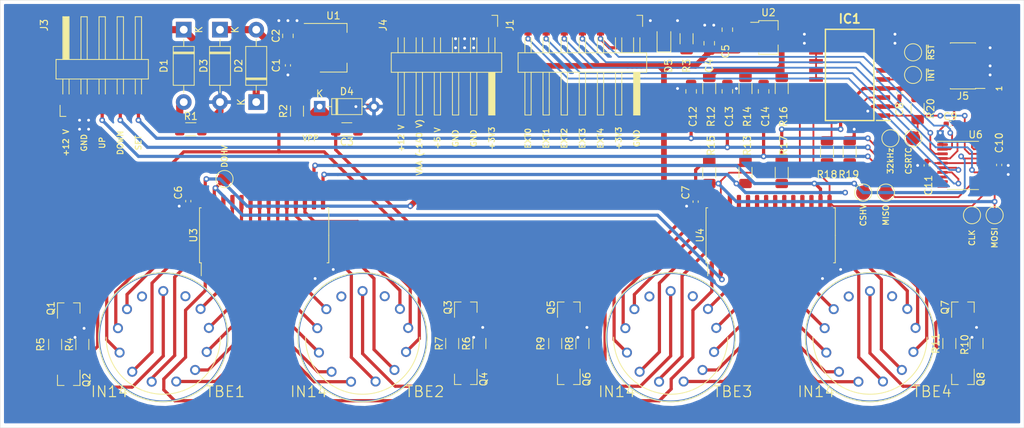
<source format=kicad_pcb>
(kicad_pcb (version 20171130) (host pcbnew "(5.1.10-1-10_14)")
  (layers (0 F.Cu signal) (31 B.Cu signal) (34 B.Paste user) (35 F.Paste user) (36 B.SilkS user) (37 F.SilkS user) (38 B.Mask user) (39 F.Mask user) (44 Edge.Cuts user))
  (net 0 "")
  (net 1 GND)
  (net 2 +12V)
  (net 3 +5V)
  (net 4 VPP)
  (net 5 +3V3)
  (net 6 "Net-(C9-Pad1)")
  (net 7 /UP)
  (net 8 /DOWN)
  (net 9 /SET)
  (net 10 "Net-(D1-Pad2)")
  (net 11 /controller/Ext0)
  (net 12 "Net-(D5-Pad1)")
  (net 13 VAA)
  (net 14 /controller/SWCLK)
  (net 15 /controller/SWDIO)
  (net 16 /controller/Ext1)
  (net 17 /controller/Ext2)
  (net 18 /controller/Ext3)
  (net 19 /controller/Ext4)
  (net 20 "Net-(Q1-Pad3)")
  (net 21 "Net-(Q1-Pad1)")
  (net 22 "Net-(Q2-Pad3)")
  (net 23 "Net-(Q3-Pad3)")
  (net 24 "Net-(Q3-Pad1)")
  (net 25 "Net-(Q4-Pad3)")
  (net 26 "Net-(Q5-Pad3)")
  (net 27 "Net-(Q5-Pad1)")
  (net 28 "Net-(Q6-Pad3)")
  (net 29 "Net-(Q7-Pad3)")
  (net 30 "Net-(Q7-Pad1)")
  (net 31 "Net-(Q8-Pad3)")
  (net 32 /controller/HVCLOCK)
  (net 33 /controller/HVDATA)
  (net 34 /controller/HVSTROBE)
  (net 35 /tubes/A5)
  (net 36 /tubes/A0)
  (net 37 /tubes/A2)
  (net 38 /tubes/A1)
  (net 39 /tubes/A3)
  (net 40 /tubes/A4)
  (net 41 /tubes/A8)
  (net 42 /tubes/A9)
  (net 43 /tubes/A6)
  (net 44 /tubes/A7)
  (net 45 /tubes/B5)
  (net 46 /tubes/B0)
  (net 47 /tubes/B2)
  (net 48 /tubes/B1)
  (net 49 /tubes/B3)
  (net 50 /tubes/B4)
  (net 51 /tubes/B8)
  (net 52 /tubes/B9)
  (net 53 /tubes/B6)
  (net 54 /tubes/B7)
  (net 55 /tubes/C5)
  (net 56 /tubes/C0)
  (net 57 /tubes/C2)
  (net 58 /tubes/C1)
  (net 59 /tubes/C3)
  (net 60 /tubes/C4)
  (net 61 /tubes/C8)
  (net 62 /tubes/C9)
  (net 63 /tubes/C6)
  (net 64 /tubes/C7)
  (net 65 /tubes/D5)
  (net 66 /tubes/D0)
  (net 67 /tubes/D2)
  (net 68 /tubes/D1)
  (net 69 /tubes/D3)
  (net 70 /tubes/D4)
  (net 71 /tubes/D8)
  (net 72 /tubes/D9)
  (net 73 /tubes/D6)
  (net 74 /tubes/D7)
  (net 75 "Net-(IC1-Pad6)")
  (net 76 "Net-(IC1-Pad5)")
  (net 77 "Net-(IC1-Pad3)")
  (net 78 /controller/RTC_CS)
  (net 79 /controller/SPI_MISO)
  (net 80 /controller/RTC_DOUT)
  (net 81 "Net-(TP4-Pad1)")
  (module Connector_Harwin:Harwin_M20-89007xx_1x07_P2.54mm_Horizontal (layer F.Cu) (at 181.61 109.22 270)
    (fp_text reference J1 (at -5.715 10.16 90) (layer F.SilkS))
    (fp_text value Conn_01x07)
    (pad "" smd rect (at 3.895 -7.62 270) (size 6 0.76) (layers F.SilkS))
    (pad 7 smd rect (at -5.525 7.62 270) (size 2.5 1) (layers F.Cu F.Paste F.Mask) (net 11 /controller/Ext0))
    (pad 6 smd rect (at -5.525 5.08 270) (size 2.5 1) (layers F.Cu F.Paste F.Mask) (net 16 /controller/Ext1))
    (pad 5 smd rect (at -5.525 2.54 270) (size 2.5 1) (layers F.Cu F.Paste F.Mask) (net 17 /controller/Ext2))
    (pad 4 smd rect (at -5.525 0 270) (size 2.5 1) (layers F.Cu F.Paste F.Mask) (net 18 /controller/Ext3))
    (pad 3 smd rect (at -5.525 -2.54 270) (size 2.5 1) (layers F.Cu F.Paste F.Mask) (net 19 /controller/Ext4))
    (pad 2 smd rect (at -5.525 -5.08 270) (size 2.5 1) (layers F.Cu F.Paste F.Mask) (net 5 +3V3))
    (pad 1 smd rect (at -5.525 -7.62 270) (size 2.5 1) (layers F.Cu F.Paste F.Mask) (net 1 GND))
  )
  (module footprints:IN-14-mod (layer B.Cu) (at 122.86 147.3)
    (fp_text reference TBE1 (at 8.712 7.64) (layer F.SilkS) (effects (font (size 1.524 1.524))))
    (fp_text value IN14 (at -7.544 7.64) (layer F.SilkS) (effects (font (size 1.524 1.524))))
    (pad 13 thru_hole circle (at -2.978 -5.725) (size 1.408 1.408) (drill 0.9) (layers *.Cu *.Mask))
    (pad 7 thru_hole circle (at 1.822 6.213 180) (size 1.408 1.408) (drill 0.9) (layers *.Cu *.Mask) (net 43 /tubes/A6))
    (pad 2 thru_hole circle (at 3.104 -5.752) (size 1.408 1.408) (drill 0.9) (layers *.Cu *.Mask))
    (pad 12 thru_hole circle (at -5.08 -3.937) (size 1.408 1.408) (drill 0.9) (layers *.Cu *.Mask) (net 39 /tubes/A3))
    (pad 4 thru_hole circle (at 6.393 -1.307) (size 1.408 1.408) (drill 0.9) (layers *.Cu *.Mask) (net 42 /tubes/A9))
    (pad 3 thru_hole circle (at 5.232 -3.973) (size 1.408 1.408) (drill 0.9) (layers *.Cu *.Mask) (net 36 /tubes/A0))
    (pad 1 thru_hole circle (at 0 -6.477) (size 1.408 1.408) (drill 0.9) (layers *.Cu *.Mask) (net 22 "Net-(Q2-Pad3)"))
    (pad 5 thru_hole circle (at 6.089 2.063) (size 1.408 1.408) (drill 0.9) (layers *.Cu *.Mask) (net 41 /tubes/A8))
    (pad 6 thru_hole circle (at 4.469 4.594) (size 1.408 1.408) (drill 0.9) (layers *.Cu *.Mask) (net 44 /tubes/A7))
    (pad 10 thru_hole circle (at -6.12 2.154) (size 1.408 1.408) (drill 0.9) (layers *.Cu *.Mask) (net 38 /tubes/A1))
    (pad 11 thru_hole circle (at -6.35 -1.27) (size 1.408 1.408) (drill 0.9) (layers *.Cu *.Mask) (net 37 /tubes/A2))
    (pad 8 thru_hole circle (at -1.621 6.243 180) (size 1.408 1.408) (drill 0.9) (layers *.Cu *.Mask) (net 35 /tubes/A5))
    (pad 9 thru_hole circle (at -4.348 4.846) (size 1.408 1.408) (drill 0.9) (layers *.Cu *.Mask) (net 40 /tubes/A4))
  )
  (module footprints:IN-14-mod (layer B.Cu) (at 221.92 147.3)
    (fp_text reference TBE4 (at 8.712 7.64) (layer F.SilkS) (effects (font (size 1.524 1.524))))
    (fp_text value IN14 (at -7.544 7.64) (layer F.SilkS) (effects (font (size 1.524 1.524))))
    (pad 13 thru_hole circle (at -2.978 -5.725) (size 1.408 1.408) (drill 0.9) (layers *.Cu *.Mask))
    (pad 7 thru_hole circle (at 1.822 6.213 180) (size 1.408 1.408) (drill 0.9) (layers *.Cu *.Mask) (net 73 /tubes/D6))
    (pad 2 thru_hole circle (at 3.104 -5.752) (size 1.408 1.408) (drill 0.9) (layers *.Cu *.Mask))
    (pad 12 thru_hole circle (at -5.08 -3.937) (size 1.408 1.408) (drill 0.9) (layers *.Cu *.Mask) (net 68 /tubes/D1))
    (pad 4 thru_hole circle (at 6.393 -1.307) (size 1.408 1.408) (drill 0.9) (layers *.Cu *.Mask) (net 72 /tubes/D9))
    (pad 3 thru_hole circle (at 5.232 -3.973) (size 1.408 1.408) (drill 0.9) (layers *.Cu *.Mask) (net 71 /tubes/D8))
    (pad 1 thru_hole circle (at 0 -6.477) (size 1.408 1.408) (drill 0.9) (layers *.Cu *.Mask) (net 31 "Net-(Q8-Pad3)"))
    (pad 5 thru_hole circle (at 6.089 2.063) (size 1.408 1.408) (drill 0.9) (layers *.Cu *.Mask) (net 66 /tubes/D0))
    (pad 6 thru_hole circle (at 4.469 4.594) (size 1.408 1.408) (drill 0.9) (layers *.Cu *.Mask) (net 74 /tubes/D7))
    (pad 10 thru_hole circle (at -6.12 2.154) (size 1.408 1.408) (drill 0.9) (layers *.Cu *.Mask) (net 69 /tubes/D3))
    (pad 11 thru_hole circle (at -6.35 -1.27) (size 1.408 1.408) (drill 0.9) (layers *.Cu *.Mask) (net 67 /tubes/D2))
    (pad 8 thru_hole circle (at -1.621 6.243 180) (size 1.408 1.408) (drill 0.9) (layers *.Cu *.Mask) (net 65 /tubes/D5))
    (pad 9 thru_hole circle (at -4.348 4.846) (size 1.408 1.408) (drill 0.9) (layers *.Cu *.Mask) (net 70 /tubes/D4))
  )
  (module footprints:IN-14-mod (layer B.Cu) (at 193.98 147.3)
    (fp_text reference TBE3 (at 8.712 7.64) (layer F.SilkS) (effects (font (size 1.524 1.524))))
    (fp_text value IN14 (at -7.544 7.64) (layer F.SilkS) (effects (font (size 1.524 1.524))))
    (pad 13 thru_hole circle (at -2.978 -5.725) (size 1.408 1.408) (drill 0.9) (layers *.Cu *.Mask))
    (pad 7 thru_hole circle (at 1.822 6.213 180) (size 1.408 1.408) (drill 0.9) (layers *.Cu *.Mask) (net 63 /tubes/C6))
    (pad 2 thru_hole circle (at 3.104 -5.752) (size 1.408 1.408) (drill 0.9) (layers *.Cu *.Mask))
    (pad 12 thru_hole circle (at -5.08 -3.937) (size 1.408 1.408) (drill 0.9) (layers *.Cu *.Mask) (net 59 /tubes/C3))
    (pad 4 thru_hole circle (at 6.393 -1.307) (size 1.408 1.408) (drill 0.9) (layers *.Cu *.Mask) (net 62 /tubes/C9))
    (pad 3 thru_hole circle (at 5.232 -3.973) (size 1.408 1.408) (drill 0.9) (layers *.Cu *.Mask) (net 56 /tubes/C0))
    (pad 1 thru_hole circle (at 0 -6.477) (size 1.408 1.408) (drill 0.9) (layers *.Cu *.Mask) (net 28 "Net-(Q6-Pad3)"))
    (pad 5 thru_hole circle (at 6.089 2.063) (size 1.408 1.408) (drill 0.9) (layers *.Cu *.Mask) (net 61 /tubes/C8))
    (pad 6 thru_hole circle (at 4.469 4.594) (size 1.408 1.408) (drill 0.9) (layers *.Cu *.Mask) (net 64 /tubes/C7))
    (pad 10 thru_hole circle (at -6.12 2.154) (size 1.408 1.408) (drill 0.9) (layers *.Cu *.Mask) (net 58 /tubes/C1))
    (pad 11 thru_hole circle (at -6.35 -1.27) (size 1.408 1.408) (drill 0.9) (layers *.Cu *.Mask) (net 57 /tubes/C2))
    (pad 8 thru_hole circle (at -1.621 6.243 180) (size 1.408 1.408) (drill 0.9) (layers *.Cu *.Mask) (net 55 /tubes/C5))
    (pad 9 thru_hole circle (at -4.348 4.846) (size 1.408 1.408) (drill 0.9) (layers *.Cu *.Mask) (net 60 /tubes/C4))
  )
  (module footprints:IN-14-mod (layer B.Cu) (at 150.8 147.3)
    (fp_text reference TBE2 (at 8.712 7.64) (layer F.SilkS) (effects (font (size 1.524 1.524))))
    (fp_text value IN14 (at -7.544 7.64) (layer F.SilkS) (effects (font (size 1.524 1.524))))
    (pad 13 thru_hole circle (at -2.978 -5.725) (size 1.408 1.408) (drill 0.9) (layers *.Cu *.Mask))
    (pad 7 thru_hole circle (at 1.822 6.213 180) (size 1.408 1.408) (drill 0.9) (layers *.Cu *.Mask) (net 53 /tubes/B6))
    (pad 2 thru_hole circle (at 3.104 -5.752) (size 1.408 1.408) (drill 0.9) (layers *.Cu *.Mask))
    (pad 12 thru_hole circle (at -5.08 -3.937) (size 1.408 1.408) (drill 0.9) (layers *.Cu *.Mask) (net 48 /tubes/B1))
    (pad 4 thru_hole circle (at 6.393 -1.307) (size 1.408 1.408) (drill 0.9) (layers *.Cu *.Mask) (net 52 /tubes/B9))
    (pad 3 thru_hole circle (at 5.232 -3.973) (size 1.408 1.408) (drill 0.9) (layers *.Cu *.Mask) (net 51 /tubes/B8))
    (pad 1 thru_hole circle (at 0 -6.477) (size 1.408 1.408) (drill 0.9) (layers *.Cu *.Mask) (net 25 "Net-(Q4-Pad3)"))
    (pad 5 thru_hole circle (at 6.089 2.063) (size 1.408 1.408) (drill 0.9) (layers *.Cu *.Mask) (net 46 /tubes/B0))
    (pad 6 thru_hole circle (at 4.469 4.594) (size 1.408 1.408) (drill 0.9) (layers *.Cu *.Mask) (net 54 /tubes/B7))
    (pad 10 thru_hole circle (at -6.12 2.154) (size 1.408 1.408) (drill 0.9) (layers *.Cu *.Mask) (net 49 /tubes/B3))
    (pad 11 thru_hole circle (at -6.35 -1.27) (size 1.408 1.408) (drill 0.9) (layers *.Cu *.Mask) (net 47 /tubes/B2))
    (pad 8 thru_hole circle (at -1.621 6.243 180) (size 1.408 1.408) (drill 0.9) (layers *.Cu *.Mask) (net 45 /tubes/B5))
    (pad 9 thru_hole circle (at -4.348 4.846) (size 1.408 1.408) (drill 0.9) (layers *.Cu *.Mask) (net 50 /tubes/B4))
  )
  (module TestPoint:TestPoint_Pad_D2.0mm (layer F.Cu) (at 236.22 130.175)
    (fp_text reference TP2 hide)
    (fp_text value TestPoint)
    (pad 1 smd circle (at 0 0) (size 2 2) (layers F.Cu F.Mask) (net 32 /controller/HVCLOCK))
  )
  (module footprints:SOIC127P1032X265-20N (layer F.Cu) (at 219.075 110.49 180)
    (fp_text reference IC1 (at 0 7.874) (layer F.SilkS) (effects (font (size 1.27 1.27) (thickness 0.254))))
    (fp_text value DS3234SN# hide)
    (pad 20 smd rect (at 4.712 -5.715 270) (size 0.65 1.925) (layers F.Cu F.Paste F.Mask) (net 32 /controller/HVCLOCK))
    (pad 19 smd rect (at 4.712 -4.445 270) (size 0.65 1.925) (layers F.Cu F.Paste F.Mask) (net 80 /controller/RTC_DOUT))
    (pad 18 smd rect (at 4.712 -3.175 270) (size 0.65 1.925) (layers F.Cu F.Paste F.Mask))
    (pad 17 smd rect (at 4.712 -1.905 270) (size 0.65 1.925) (layers F.Cu F.Paste F.Mask) (net 33 /controller/HVDATA))
    (pad 16 smd rect (at 4.712 -0.635 270) (size 0.65 1.925) (layers F.Cu F.Paste F.Mask) (net 1 GND))
    (pad 15 smd rect (at 4.712 0.635 270) (size 0.65 1.925) (layers F.Cu F.Paste F.Mask) (net 1 GND))
    (pad 14 smd rect (at 4.712 1.905 270) (size 0.65 1.925) (layers F.Cu F.Paste F.Mask) (net 1 GND))
    (pad 13 smd rect (at 4.712 3.175 270) (size 0.65 1.925) (layers F.Cu F.Paste F.Mask) (net 1 GND))
    (pad 12 smd rect (at 4.712 4.445 270) (size 0.65 1.925) (layers F.Cu F.Paste F.Mask) (net 1 GND))
    (pad 11 smd rect (at 4.712 5.715 270) (size 0.65 1.925) (layers F.Cu F.Paste F.Mask) (net 1 GND))
    (pad 10 smd rect (at -4.712 5.715 270) (size 0.65 1.925) (layers F.Cu F.Paste F.Mask) (net 1 GND))
    (pad 9 smd rect (at -4.712 4.445 270) (size 0.65 1.925) (layers F.Cu F.Paste F.Mask) (net 1 GND))
    (pad 8 smd rect (at -4.712 3.175 270) (size 0.65 1.925) (layers F.Cu F.Paste F.Mask) (net 1 GND))
    (pad 7 smd rect (at -4.712 1.905 270) (size 0.65 1.925) (layers F.Cu F.Paste F.Mask) (net 1 GND))
    (pad 6 smd rect (at -4.712 0.635 270) (size 0.65 1.925) (layers F.Cu F.Paste F.Mask) (net 75 "Net-(IC1-Pad6)"))
    (pad 5 smd rect (at -4.712 -0.635 270) (size 0.65 1.925) (layers F.Cu F.Paste F.Mask) (net 76 "Net-(IC1-Pad5)"))
    (pad 4 smd rect (at -4.712 -1.905 270) (size 0.65 1.925) (layers F.Cu F.Paste F.Mask) (net 3 +5V))
    (pad 3 smd rect (at -4.712 -3.175 270) (size 0.65 1.925) (layers F.Cu F.Paste F.Mask) (net 77 "Net-(IC1-Pad3)"))
    (pad 2 smd rect (at -4.712 -4.445 270) (size 0.65 1.925) (layers F.Cu F.Paste F.Mask) (net 1 GND))
    (pad 1 smd rect (at -4.712 -5.715 270) (size 0.65 1.925) (layers F.Cu F.Paste F.Mask) (net 78 /controller/RTC_CS))
  )
  (module TestPoint:TestPoint_Pad_D2.0mm (layer F.Cu) (at 227.965 119.38)
    (fp_text reference TP8 hide)
    (fp_text value TestPoint)
    (pad 1 smd circle (at 0 0) (size 2 2) (layers F.Cu F.Mask) (net 78 /controller/RTC_CS))
  )
  (module TestPoint:TestPoint_Pad_D2.0mm (layer F.Cu) (at 224.155 127)
    (fp_text reference TP9 hide)
    (fp_text value TestPoint)
    (pad 1 smd circle (at 0 0) (size 2 2) (layers F.Cu F.Mask) (net 79 /controller/SPI_MISO))
  )
  (module TestPoint:TestPoint_Pad_D2.0mm (layer F.Cu) (at 227.965 107.315)
    (fp_text reference TP7 hide)
    (fp_text value TestPoint)
    (pad 1 smd circle (at 0 0) (size 2 2) (layers F.Cu F.Mask) (net 75 "Net-(IC1-Pad6)"))
  )
  (module TestPoint:TestPoint_Pad_D2.0mm (layer F.Cu) (at 227.965 110.49)
    (fp_text reference TP6 hide)
    (fp_text value TestPoint)
    (pad 1 smd circle (at 0 0) (size 2 2) (layers F.Cu F.Mask) (net 76 "Net-(IC1-Pad5)"))
  )
  (module Resistor_SMD:R_1206_3216Metric_Pad1.30x1.75mm_HandSolder (layer F.Cu) (at 228.6 115.215 270)
    (fp_text reference R20 (at 0 -1.82 90) (layer F.SilkS))
    (fp_text value 10k)
    (pad 2 smd roundrect (at 1.55 0 270) (size 1.3 1.75) (layers F.Cu F.Paste F.Mask) (roundrect_rratio 0.192308) (net 78 /controller/RTC_CS))
    (pad 1 smd roundrect (at -1.55 0 270) (size 1.3 1.75) (layers F.Cu F.Paste F.Mask) (roundrect_rratio 0.192308) (net 3 +5V))
  )
  (module Resistor_SMD:R_1206_3216Metric_Pad1.30x1.75mm_HandSolder (layer F.Cu) (at 219.075 121.285 90)
    (fp_text reference R19 (at -3.175 -0.127 180) (layer F.SilkS))
    (fp_text value 10k)
    (pad 2 smd roundrect (at 1.55 0 90) (size 1.3 1.75) (layers F.Cu F.Paste F.Mask) (roundrect_rratio 0.192308) (net 1 GND))
    (pad 1 smd roundrect (at -1.55 0 90) (size 1.3 1.75) (layers F.Cu F.Paste F.Mask) (roundrect_rratio 0.192308) (net 79 /controller/SPI_MISO))
  )
  (module Resistor_SMD:R_1206_3216Metric_Pad1.30x1.75mm_HandSolder (layer F.Cu) (at 215.9 121.285 270)
    (fp_text reference R18 (at 3.175 0 180) (layer F.SilkS))
    (fp_text value 5k6)
    (pad 2 smd roundrect (at 1.55 0 270) (size 1.3 1.75) (layers F.Cu F.Paste F.Mask) (roundrect_rratio 0.192308) (net 79 /controller/SPI_MISO))
    (pad 1 smd roundrect (at -1.55 0 270) (size 1.3 1.75) (layers F.Cu F.Paste F.Mask) (roundrect_rratio 0.192308) (net 80 /controller/RTC_DOUT))
  )
  (module Capacitor_SMD:C_0402_1005Metric_Pad0.74x0.62mm_HandSolder (layer F.Cu) (at 226.06 113.03 270)
    (fp_text reference C8 (at 2.286 0 90) (layer F.SilkS))
    (fp_text value 100n)
    (pad 2 smd roundrect (at 0.5675 0 270) (size 0.735 0.62) (layers F.Cu F.Paste F.Mask) (net 1 GND))
    (pad 1 smd roundrect (at -0.5675 0 270) (size 0.735 0.62) (layers F.Cu F.Paste F.Mask) (net 3 +5V))
  )
  (module TestPoint:TestPoint_Pad_D2.0mm (layer F.Cu) (at 224.79 119.38)
    (fp_text reference TP5 hide)
    (fp_text value TestPoint)
    (pad 1 smd circle (at 0 0) (size 2 2) (layers F.Cu F.Mask) (net 77 "Net-(IC1-Pad3)"))
  )
  (module Package_SO:TSSOP-20_4.4x6.5mm_P0.65mm (layer F.Cu) (at 234.95 123.19)
    (fp_text reference U6 (at 1.778 -4.318) (layer F.SilkS))
    (fp_text value STM32L031F6Px)
    (pad 20 smd roundrect (at 2.8625 -2.925) (size 1.475 0.4) (layers F.Cu F.Paste F.Mask) (net 14 /controller/SWCLK))
    (pad 19 smd roundrect (at 2.8625 -2.275) (size 1.475 0.4) (layers F.Cu F.Paste F.Mask) (net 15 /controller/SWDIO))
    (pad 18 smd roundrect (at 2.8625 -1.625) (size 1.475 0.4) (layers F.Cu F.Paste F.Mask) (net 78 /controller/RTC_CS))
    (pad 17 smd roundrect (at 2.8625 -0.975) (size 1.475 0.4) (layers F.Cu F.Paste F.Mask) (net 34 /controller/HVSTROBE))
    (pad 16 smd roundrect (at 2.8625 -0.325) (size 1.475 0.4) (layers F.Cu F.Paste F.Mask) (net 5 +3V3))
    (pad 15 smd roundrect (at 2.8625 0.325) (size 1.475 0.4) (layers F.Cu F.Paste F.Mask) (net 1 GND))
    (pad 14 smd roundrect (at 2.8625 0.975) (size 1.475 0.4) (layers F.Cu F.Paste F.Mask) (net 17 /controller/Ext2))
    (pad 13 smd roundrect (at 2.8625 1.625) (size 1.475 0.4) (layers F.Cu F.Paste F.Mask) (net 33 /controller/HVDATA))
    (pad 12 smd roundrect (at 2.8625 2.275) (size 1.475 0.4) (layers F.Cu F.Paste F.Mask) (net 79 /controller/SPI_MISO))
    (pad 11 smd roundrect (at 2.8625 2.925) (size 1.475 0.4) (layers F.Cu F.Paste F.Mask) (net 32 /controller/HVCLOCK))
    (pad 10 smd roundrect (at -2.8625 2.925) (size 1.475 0.4) (layers F.Cu F.Paste F.Mask) (net 7 /UP))
    (pad 9 smd roundrect (at -2.8625 2.275) (size 1.475 0.4) (layers F.Cu F.Paste F.Mask) (net 8 /DOWN))
    (pad 8 smd roundrect (at -2.8625 1.625) (size 1.475 0.4) (layers F.Cu F.Paste F.Mask) (net 9 /SET))
    (pad 7 smd roundrect (at -2.8625 0.975) (size 1.475 0.4) (layers F.Cu F.Paste F.Mask) (net 11 /controller/Ext0))
    (pad 6 smd roundrect (at -2.8625 0.325) (size 1.475 0.4) (layers F.Cu F.Paste F.Mask) (net 16 /controller/Ext1))
    (pad 5 smd roundrect (at -2.8625 -0.325) (size 1.475 0.4) (layers F.Cu F.Paste F.Mask) (net 5 +3V3))
    (pad 4 smd roundrect (at -2.8625 -0.975) (size 1.475 0.4) (layers F.Cu F.Paste F.Mask) (net 6 "Net-(C9-Pad1)"))
    (pad 3 smd roundrect (at -2.8625 -1.625) (size 1.475 0.4) (layers F.Cu F.Paste F.Mask) (net 18 /controller/Ext3))
    (pad 2 smd roundrect (at -2.8625 -2.275) (size 1.475 0.4) (layers F.Cu F.Paste F.Mask) (net 19 /controller/Ext4))
    (pad 1 smd roundrect (at -2.8625 -2.925) (size 1.475 0.4) (layers F.Cu F.Paste F.Mask) (net 1 GND))
  )
  (module Package_TO_SOT_SMD:SOT-89-3_Handsoldering (layer F.Cu) (at 207.388 105.234)
    (fp_text reference U2 (at 0.3 -3.5) (layer F.SilkS))
    (fp_text value AZ1117-3.3)
    (pad 2 smd custom (at -2.0625 0) (size 2.475 0.9) (layers F.Cu F.Paste F.Mask) (net 5 +3V3) (options (clearance outline) (anchor rect)) (primitives (gr_poly (pts (xy 1.2375 -0.8665) (xy 5.3625 -0.8665) (xy 5.3625 0.8665) (xy 1.2375 0.8665)) (width 0))))
    (pad 3 smd rect (at -2.15 1.5) (size 2.3 0.9) (layers F.Cu F.Paste F.Mask) (net 3 +5V))
    (pad 1 smd rect (at -2.15 -1.5) (size 2.3 0.9) (layers F.Cu F.Paste F.Mask) (net 1 GND))
  )
  (module Package_SO:SOIC-28W_7.5x17.9mm_P1.27mm (layer F.Cu) (at 137 133 90)
    (fp_text reference U3 (at 0 -9.9 90) (layer F.SilkS))
    (fp_text value HV5812)
    (pad 28 smd roundrect (at 4.65 -8.255 90) (size 2.05 0.6) (layers F.Cu F.Paste F.Mask) (net 3 +5V))
    (pad 27 smd roundrect (at 4.65 -6.985 90) (size 2.05 0.6) (layers F.Cu F.Paste F.Mask) (net 81 "Net-(TP4-Pad1)"))
    (pad 26 smd roundrect (at 4.65 -5.715 90) (size 2.05 0.6) (layers F.Cu F.Paste F.Mask) (net 38 /tubes/A1))
    (pad 25 smd roundrect (at 4.65 -4.445 90) (size 2.05 0.6) (layers F.Cu F.Paste F.Mask) (net 37 /tubes/A2))
    (pad 24 smd roundrect (at 4.65 -3.175 90) (size 2.05 0.6) (layers F.Cu F.Paste F.Mask) (net 39 /tubes/A3))
    (pad 23 smd roundrect (at 4.65 -1.905 90) (size 2.05 0.6) (layers F.Cu F.Paste F.Mask) (net 40 /tubes/A4))
    (pad 22 smd roundrect (at 4.65 -0.635 90) (size 2.05 0.6) (layers F.Cu F.Paste F.Mask) (net 35 /tubes/A5))
    (pad 21 smd roundrect (at 4.65 0.635 90) (size 2.05 0.6) (layers F.Cu F.Paste F.Mask) (net 53 /tubes/B6))
    (pad 20 smd roundrect (at 4.65 1.905 90) (size 2.05 0.6) (layers F.Cu F.Paste F.Mask) (net 54 /tubes/B7))
    (pad 19 smd roundrect (at 4.65 3.175 90) (size 2.05 0.6) (layers F.Cu F.Paste F.Mask) (net 51 /tubes/B8))
    (pad 18 smd roundrect (at 4.65 4.445 90) (size 2.05 0.6) (layers F.Cu F.Paste F.Mask) (net 52 /tubes/B9))
    (pad 17 smd roundrect (at 4.65 5.715 90) (size 2.05 0.6) (layers F.Cu F.Paste F.Mask) (net 46 /tubes/B0))
    (pad 16 smd roundrect (at 4.65 6.985 90) (size 2.05 0.6) (layers F.Cu F.Paste F.Mask) (net 34 /controller/HVSTROBE))
    (pad 15 smd roundrect (at 4.65 8.255 90) (size 2.05 0.6) (layers F.Cu F.Paste F.Mask) (net 32 /controller/HVCLOCK))
    (pad 14 smd roundrect (at -4.65 8.255 90) (size 2.05 0.6) (layers F.Cu F.Paste F.Mask) (net 1 GND))
    (pad 13 smd roundrect (at -4.65 6.985 90) (size 2.05 0.6) (layers F.Cu F.Paste F.Mask) (net 1 GND))
    (pad 12 smd roundrect (at -4.65 5.715 90) (size 2.05 0.6) (layers F.Cu F.Paste F.Mask) (net 48 /tubes/B1))
    (pad 11 smd roundrect (at -4.65 4.445 90) (size 2.05 0.6) (layers F.Cu F.Paste F.Mask) (net 47 /tubes/B2))
    (pad 10 smd roundrect (at -4.65 3.175 90) (size 2.05 0.6) (layers F.Cu F.Paste F.Mask) (net 49 /tubes/B3))
    (pad 9 smd roundrect (at -4.65 1.905 90) (size 2.05 0.6) (layers F.Cu F.Paste F.Mask) (net 50 /tubes/B4))
    (pad 8 smd roundrect (at -4.65 0.635 90) (size 2.05 0.6) (layers F.Cu F.Paste F.Mask) (net 45 /tubes/B5))
    (pad 7 smd roundrect (at -4.65 -0.635 90) (size 2.05 0.6) (layers F.Cu F.Paste F.Mask) (net 43 /tubes/A6))
    (pad 6 smd roundrect (at -4.65 -1.905 90) (size 2.05 0.6) (layers F.Cu F.Paste F.Mask) (net 44 /tubes/A7))
    (pad 5 smd roundrect (at -4.65 -3.175 90) (size 2.05 0.6) (layers F.Cu F.Paste F.Mask) (net 41 /tubes/A8))
    (pad 4 smd roundrect (at -4.65 -4.445 90) (size 2.05 0.6) (layers F.Cu F.Paste F.Mask) (net 42 /tubes/A9))
    (pad 3 smd roundrect (at -4.65 -5.715 90) (size 2.05 0.6) (layers F.Cu F.Paste F.Mask) (net 36 /tubes/A0))
    (pad 2 smd roundrect (at -4.65 -6.985 90) (size 2.05 0.6) (layers F.Cu F.Paste F.Mask))
    (pad 1 smd roundrect (at -4.65 -8.255 90) (size 2.05 0.6) (layers F.Cu F.Paste F.Mask) (net 4 VPP))
  )
  (module Package_TO_SOT_SMD:SOT-23 (layer F.Cu) (at 109.61 143.24 90)
    (fp_text reference Q1 (at 0 -2.5 90) (layer F.SilkS))
    (fp_text value MMBTA92)
    (pad 3 smd rect (at 1 0 90) (size 0.9 0.8) (layers F.Cu F.Paste F.Mask) (net 20 "Net-(Q1-Pad3)"))
    (pad 2 smd rect (at -1 0.95 90) (size 0.9 0.8) (layers F.Cu F.Paste F.Mask) (net 13 VAA))
    (pad 1 smd rect (at -1 -0.95 90) (size 0.9 0.8) (layers F.Cu F.Paste F.Mask) (net 21 "Net-(Q1-Pad1)"))
  )
  (module Package_SO:SOIC-28W_7.5x17.9mm_P1.27mm (layer F.Cu) (at 208 133 90)
    (fp_text reference U4 (at 0 -9.9 90) (layer F.SilkS))
    (fp_text value HV5812)
    (pad 28 smd roundrect (at 4.65 -8.255 90) (size 2.05 0.6) (layers F.Cu F.Paste F.Mask) (net 3 +5V))
    (pad 27 smd roundrect (at 4.65 -6.985 90) (size 2.05 0.6) (layers F.Cu F.Paste F.Mask) (net 33 /controller/HVDATA))
    (pad 26 smd roundrect (at 4.65 -5.715 90) (size 2.05 0.6) (layers F.Cu F.Paste F.Mask) (net 58 /tubes/C1))
    (pad 25 smd roundrect (at 4.65 -4.445 90) (size 2.05 0.6) (layers F.Cu F.Paste F.Mask) (net 57 /tubes/C2))
    (pad 24 smd roundrect (at 4.65 -3.175 90) (size 2.05 0.6) (layers F.Cu F.Paste F.Mask) (net 59 /tubes/C3))
    (pad 23 smd roundrect (at 4.65 -1.905 90) (size 2.05 0.6) (layers F.Cu F.Paste F.Mask) (net 60 /tubes/C4))
    (pad 22 smd roundrect (at 4.65 -0.635 90) (size 2.05 0.6) (layers F.Cu F.Paste F.Mask) (net 55 /tubes/C5))
    (pad 21 smd roundrect (at 4.65 0.635 90) (size 2.05 0.6) (layers F.Cu F.Paste F.Mask) (net 73 /tubes/D6))
    (pad 20 smd roundrect (at 4.65 1.905 90) (size 2.05 0.6) (layers F.Cu F.Paste F.Mask) (net 74 /tubes/D7))
    (pad 19 smd roundrect (at 4.65 3.175 90) (size 2.05 0.6) (layers F.Cu F.Paste F.Mask) (net 71 /tubes/D8))
    (pad 18 smd roundrect (at 4.65 4.445 90) (size 2.05 0.6) (layers F.Cu F.Paste F.Mask) (net 72 /tubes/D9))
    (pad 17 smd roundrect (at 4.65 5.715 90) (size 2.05 0.6) (layers F.Cu F.Paste F.Mask) (net 66 /tubes/D0))
    (pad 16 smd roundrect (at 4.65 6.985 90) (size 2.05 0.6) (layers F.Cu F.Paste F.Mask) (net 34 /controller/HVSTROBE))
    (pad 15 smd roundrect (at 4.65 8.255 90) (size 2.05 0.6) (layers F.Cu F.Paste F.Mask) (net 32 /controller/HVCLOCK))
    (pad 14 smd roundrect (at -4.65 8.255 90) (size 2.05 0.6) (layers F.Cu F.Paste F.Mask) (net 1 GND))
    (pad 13 smd roundrect (at -4.65 6.985 90) (size 2.05 0.6) (layers F.Cu F.Paste F.Mask) (net 1 GND))
    (pad 12 smd roundrect (at -4.65 5.715 90) (size 2.05 0.6) (layers F.Cu F.Paste F.Mask) (net 68 /tubes/D1))
    (pad 11 smd roundrect (at -4.65 4.445 90) (size 2.05 0.6) (layers F.Cu F.Paste F.Mask) (net 67 /tubes/D2))
    (pad 10 smd roundrect (at -4.65 3.175 90) (size 2.05 0.6) (layers F.Cu F.Paste F.Mask) (net 69 /tubes/D3))
    (pad 9 smd roundrect (at -4.65 1.905 90) (size 2.05 0.6) (layers F.Cu F.Paste F.Mask) (net 70 /tubes/D4))
    (pad 8 smd roundrect (at -4.65 0.635 90) (size 2.05 0.6) (layers F.Cu F.Paste F.Mask) (net 65 /tubes/D5))
    (pad 7 smd roundrect (at -4.65 -0.635 90) (size 2.05 0.6) (layers F.Cu F.Paste F.Mask) (net 63 /tubes/C6))
    (pad 6 smd roundrect (at -4.65 -1.905 90) (size 2.05 0.6) (layers F.Cu F.Paste F.Mask) (net 64 /tubes/C7))
    (pad 5 smd roundrect (at -4.65 -3.175 90) (size 2.05 0.6) (layers F.Cu F.Paste F.Mask) (net 61 /tubes/C8))
    (pad 4 smd roundrect (at -4.65 -4.445 90) (size 2.05 0.6) (layers F.Cu F.Paste F.Mask) (net 62 /tubes/C9))
    (pad 3 smd roundrect (at -4.65 -5.715 90) (size 2.05 0.6) (layers F.Cu F.Paste F.Mask) (net 56 /tubes/C0))
    (pad 2 smd roundrect (at -4.65 -6.985 90) (size 2.05 0.6) (layers F.Cu F.Paste F.Mask) (net 81 "Net-(TP4-Pad1)"))
    (pad 1 smd roundrect (at -4.65 -8.255 90) (size 2.05 0.6) (layers F.Cu F.Paste F.Mask) (net 4 VPP))
  )
  (module Package_TO_SOT_SMD:SOT-223-3_TabPin2 (layer F.Cu) (at 146.71 106.68)
    (fp_text reference U1 (at 0 -4.5) (layer F.SilkS))
    (fp_text value LD1117S50TR_SOT223)
    (pad 1 smd rect (at -3.15 -2.3) (size 2 1.5) (layers F.Cu F.Paste F.Mask) (net 1 GND))
    (pad 3 smd rect (at -3.15 2.3) (size 2 1.5) (layers F.Cu F.Paste F.Mask) (net 2 +12V))
    (pad 2 smd rect (at -3.15 0) (size 2 1.5) (layers F.Cu F.Paste F.Mask) (net 3 +5V))
    (pad 2 smd rect (at 3.15 0) (size 2 3.8) (layers F.Cu F.Paste F.Mask) (net 3 +5V))
  )
  (module TestPoint:TestPoint_Pad_D2.0mm (layer F.Cu) (at 220.98 127)
    (fp_text reference TP3 hide)
    (fp_text value TestPoint)
    (pad 1 smd circle (at 0 0) (size 2 2) (layers F.Cu F.Mask) (net 34 /controller/HVSTROBE))
  )
  (module TestPoint:TestPoint_Pad_D2.0mm (layer F.Cu) (at 239.395 130.175)
    (fp_text reference TP1 hide)
    (fp_text value TestPoint)
    (pad 1 smd circle (at 0 0) (size 2 2) (layers F.Cu F.Mask) (net 33 /controller/HVDATA))
  )
  (module TestPoint:TestPoint_Pad_D2.0mm (layer F.Cu) (at 131.445 125.095)
    (fp_text reference TP4 hide)
    (fp_text value TestPoint)
    (pad 1 smd circle (at 0 0) (size 2 2) (layers F.Cu F.Mask) (net 81 "Net-(TP4-Pad1)"))
  )
  (module Resistor_SMD:R_1206_3216Metric_Pad1.30x1.75mm_HandSolder (layer F.Cu) (at 209.55 124.18 270)
    (fp_text reference R17 (at -3.784 -0.254 90) (layer F.SilkS))
    (fp_text value 10k)
    (pad 2 smd roundrect (at 1.55 0 270) (size 1.3 1.75) (layers F.Cu F.Paste F.Mask) (roundrect_rratio 0.192308) (net 34 /controller/HVSTROBE))
    (pad 1 smd roundrect (at -1.55 0 270) (size 1.3 1.75) (layers F.Cu F.Paste F.Mask) (roundrect_rratio 0.192308) (net 3 +5V))
  )
  (module Resistor_SMD:R_1206_3216Metric_Pad1.30x1.75mm_HandSolder (layer F.Cu) (at 209.55 112.395 270)
    (fp_text reference R16 (at 3.937 -0.254 90) (layer F.SilkS))
    (fp_text value 10k)
    (pad 2 smd roundrect (at 1.55 0 270) (size 1.3 1.75) (layers F.Cu F.Paste F.Mask) (roundrect_rratio 0.192308) (net 7 /UP))
    (pad 1 smd roundrect (at -1.55 0 270) (size 1.3 1.75) (layers F.Cu F.Paste F.Mask) (roundrect_rratio 0.192308) (net 5 +3V3))
  )
  (module Resistor_SMD:R_1206_3216Metric_Pad1.30x1.75mm_HandSolder (layer F.Cu) (at 199.39 124.18 270)
    (fp_text reference R15 (at -3.784 -0.254 90) (layer F.SilkS))
    (fp_text value 10k)
    (pad 2 smd roundrect (at 1.55 0 270) (size 1.3 1.75) (layers F.Cu F.Paste F.Mask) (roundrect_rratio 0.192308) (net 33 /controller/HVDATA))
    (pad 1 smd roundrect (at -1.55 0 270) (size 1.3 1.75) (layers F.Cu F.Paste F.Mask) (roundrect_rratio 0.192308) (net 3 +5V))
  )
  (module Resistor_SMD:R_1206_3216Metric_Pad1.30x1.75mm_HandSolder (layer F.Cu) (at 204.47 112.395 270)
    (fp_text reference R14 (at 3.937 -0.254 90) (layer F.SilkS))
    (fp_text value 10k)
    (pad 2 smd roundrect (at 1.55 0 270) (size 1.3 1.75) (layers F.Cu F.Paste F.Mask) (roundrect_rratio 0.192308) (net 8 /DOWN))
    (pad 1 smd roundrect (at -1.55 0 270) (size 1.3 1.75) (layers F.Cu F.Paste F.Mask) (roundrect_rratio 0.192308) (net 5 +3V3))
  )
  (module Resistor_SMD:R_1206_3216Metric_Pad1.30x1.75mm_HandSolder (layer F.Cu) (at 204.47 124.18 270)
    (fp_text reference R13 (at -3.784 -0.254 90) (layer F.SilkS))
    (fp_text value 10k)
    (pad 2 smd roundrect (at 1.55 0 270) (size 1.3 1.75) (layers F.Cu F.Paste F.Mask) (roundrect_rratio 0.192308) (net 32 /controller/HVCLOCK))
    (pad 1 smd roundrect (at -1.55 0 270) (size 1.3 1.75) (layers F.Cu F.Paste F.Mask) (roundrect_rratio 0.192308) (net 3 +5V))
  )
  (module Resistor_SMD:R_1206_3216Metric_Pad1.30x1.75mm_HandSolder (layer F.Cu) (at 199.39 112.395 270)
    (fp_text reference R12 (at 3.937 -0.254 90) (layer F.SilkS))
    (fp_text value 10k)
    (pad 2 smd roundrect (at 1.55 0 270) (size 1.3 1.75) (layers F.Cu F.Paste F.Mask) (roundrect_rratio 0.192308) (net 9 /SET))
    (pad 1 smd roundrect (at -1.55 0 270) (size 1.3 1.75) (layers F.Cu F.Paste F.Mask) (roundrect_rratio 0.192308) (net 5 +3V3))
  )
  (module Resistor_SMD:R_1206_3216Metric_Pad1.30x1.75mm_HandSolder (layer F.Cu) (at 233.045 148.183 270)
    (fp_text reference R11 (at 0 1.905 90) (layer F.SilkS))
    (fp_text value 330)
    (pad 2 smd roundrect (at 1.55 0 270) (size 1.3 1.75) (layers F.Cu F.Paste F.Mask) (roundrect_rratio 0.192308) (net 30 "Net-(Q7-Pad1)"))
    (pad 1 smd roundrect (at -1.55 0 270) (size 1.3 1.75) (layers F.Cu F.Paste F.Mask) (roundrect_rratio 0.192308) (net 13 VAA))
  )
  (module Resistor_SMD:R_1206_3216Metric_Pad1.30x1.75mm_HandSolder (layer F.Cu) (at 236.855 148.183 90)
    (fp_text reference R10 (at -0.153 -1.651 90) (layer F.SilkS))
    (fp_text value 330k)
    (pad 2 smd roundrect (at 1.55 0 90) (size 1.3 1.75) (layers F.Cu F.Paste F.Mask) (roundrect_rratio 0.192308) (net 1 GND))
    (pad 1 smd roundrect (at -1.55 0 90) (size 1.3 1.75) (layers F.Cu F.Paste F.Mask) (roundrect_rratio 0.192308) (net 29 "Net-(Q7-Pad3)"))
  )
  (module Resistor_SMD:R_1206_3216Metric_Pad1.30x1.75mm_HandSolder (layer F.Cu) (at 177.8 148.183 270)
    (fp_text reference R9 (at 0 2.032 90) (layer F.SilkS))
    (fp_text value 330)
    (pad 1 smd roundrect (at -1.55 0 270) (size 1.3 1.75) (layers F.Cu F.Paste F.Mask) (roundrect_rratio 0.192308) (net 13 VAA))
    (pad 2 smd roundrect (at 1.55 0 270) (size 1.3 1.75) (layers F.Cu F.Paste F.Mask) (roundrect_rratio 0.192308) (net 27 "Net-(Q5-Pad1)"))
  )
  (module Resistor_SMD:R_1206_3216Metric_Pad1.30x1.75mm_HandSolder (layer F.Cu) (at 181.61 148.183 90)
    (fp_text reference R8 (at 0 -1.82 90) (layer F.SilkS))
    (fp_text value 330k)
    (pad 1 smd roundrect (at -1.55 0 90) (size 1.3 1.75) (layers F.Cu F.Paste F.Mask) (roundrect_rratio 0.192308) (net 26 "Net-(Q5-Pad3)"))
    (pad 2 smd roundrect (at 1.55 0 90) (size 1.3 1.75) (layers F.Cu F.Paste F.Mask) (roundrect_rratio 0.192308) (net 1 GND))
  )
  (module Resistor_SMD:R_1206_3216Metric_Pad1.30x1.75mm_HandSolder (layer F.Cu) (at 163.36 148.183 270)
    (fp_text reference R7 (at 0 1.816 90) (layer F.SilkS))
    (fp_text value 330)
    (pad 1 smd roundrect (at -1.55 0 270) (size 1.3 1.75) (layers F.Cu F.Paste F.Mask) (roundrect_rratio 0.192308) (net 13 VAA))
    (pad 2 smd roundrect (at 1.55 0 270) (size 1.3 1.75) (layers F.Cu F.Paste F.Mask) (roundrect_rratio 0.192308) (net 24 "Net-(Q3-Pad1)"))
  )
  (module Resistor_SMD:R_1206_3216Metric_Pad1.30x1.75mm_HandSolder (layer F.Cu) (at 167.17 148.183 90)
    (fp_text reference R6 (at 0 -1.82 90) (layer F.SilkS))
    (fp_text value 330k)
    (pad 1 smd roundrect (at -1.55 0 90) (size 1.3 1.75) (layers F.Cu F.Paste F.Mask) (roundrect_rratio 0.192308) (net 23 "Net-(Q3-Pad3)"))
    (pad 2 smd roundrect (at 1.55 0 90) (size 1.3 1.75) (layers F.Cu F.Paste F.Mask) (roundrect_rratio 0.192308) (net 1 GND))
  )
  (module Resistor_SMD:R_1206_3216Metric_Pad1.30x1.75mm_HandSolder (layer F.Cu) (at 107.705 148.31 270)
    (fp_text reference R5 (at 0 2.041 90) (layer F.SilkS))
    (fp_text value 330)
    (pad 2 smd roundrect (at 1.55 0 270) (size 1.3 1.75) (layers F.Cu F.Paste F.Mask) (roundrect_rratio 0.192308) (net 21 "Net-(Q1-Pad1)"))
    (pad 1 smd roundrect (at -1.55 0 270) (size 1.3 1.75) (layers F.Cu F.Paste F.Mask) (roundrect_rratio 0.192308) (net 13 VAA))
  )
  (module Resistor_SMD:R_1206_3216Metric_Pad1.30x1.75mm_HandSolder (layer F.Cu) (at 111.515 148.31 90)
    (fp_text reference R4 (at 0 -1.82 90) (layer F.SilkS))
    (fp_text value 330k)
    (pad 2 smd roundrect (at 1.55 0 90) (size 1.3 1.75) (layers F.Cu F.Paste F.Mask) (roundrect_rratio 0.192308) (net 1 GND))
    (pad 1 smd roundrect (at -1.55 0 90) (size 1.3 1.75) (layers F.Cu F.Paste F.Mask) (roundrect_rratio 0.192308) (net 20 "Net-(Q1-Pad3)"))
  )
  (module Resistor_SMD:R_1206_3216Metric_Pad1.30x1.75mm_HandSolder (layer F.Cu) (at 196.215 105.41 270)
    (fp_text reference R3 (at 3.81 0 90) (layer F.SilkS))
    (fp_text value 330)
    (pad 2 smd roundrect (at 1.55 0 270) (size 1.3 1.75) (layers F.Cu F.Paste F.Mask) (roundrect_rratio 0.192308) (net 12 "Net-(D5-Pad1)"))
    (pad 1 smd roundrect (at -1.55 0 270) (size 1.3 1.75) (layers F.Cu F.Paste F.Mask) (roundrect_rratio 0.192308) (net 1 GND))
  )
  (module Resistor_SMD:R_1206_3216Metric_Pad1.30x1.75mm_HandSolder (layer F.Cu) (at 141.605 115.57 270)
    (fp_text reference R2 (at 0 1.905 90) (layer F.SilkS))
    (fp_text value 100k)
    (pad 2 smd roundrect (at 1.55 0 270) (size 1.3 1.75) (layers F.Cu F.Paste F.Mask) (roundrect_rratio 0.192308) (net 4 VPP))
    (pad 1 smd roundrect (at -1.55 0 270) (size 1.3 1.75) (layers F.Cu F.Paste F.Mask) (roundrect_rratio 0.192308) (net 13 VAA))
  )
  (module Resistor_SMD:R_1206_3216Metric_Pad1.30x1.75mm_HandSolder (layer F.Cu) (at 126.72 118.11)
    (fp_text reference R1 (at 0 -1.82) (layer F.SilkS))
    (fp_text value 2k2)
    (pad 2 smd roundrect (at 1.55 0) (size 1.3 1.75) (layers F.Cu F.Paste F.Mask) (roundrect_rratio 0.192308) (net 1 GND))
    (pad 1 smd roundrect (at -1.55 0) (size 1.3 1.75) (layers F.Cu F.Paste F.Mask) (roundrect_rratio 0.192308) (net 10 "Net-(D1-Pad2)"))
  )
  (module Package_TO_SOT_SMD:SOT-23 (layer F.Cu) (at 234.95 153.178 270)
    (fp_text reference Q8 (at 0 -2.5 90) (layer F.SilkS))
    (fp_text value MMBTA92)
    (pad 3 smd rect (at 1 0 270) (size 0.9 0.8) (layers F.Cu F.Paste F.Mask) (net 31 "Net-(Q8-Pad3)"))
    (pad 2 smd rect (at -1 0.95 270) (size 0.9 0.8) (layers F.Cu F.Paste F.Mask) (net 30 "Net-(Q7-Pad1)"))
    (pad 1 smd rect (at -1 -0.95 270) (size 0.9 0.8) (layers F.Cu F.Paste F.Mask) (net 29 "Net-(Q7-Pad3)"))
  )
  (module Package_TO_SOT_SMD:SOT-23 (layer F.Cu) (at 234.95 143.113 90)
    (fp_text reference Q7 (at 0 -2.5 90) (layer F.SilkS))
    (fp_text value MMBTA92)
    (pad 3 smd rect (at 1 0 90) (size 0.9 0.8) (layers F.Cu F.Paste F.Mask) (net 29 "Net-(Q7-Pad3)"))
    (pad 2 smd rect (at -1 0.95 90) (size 0.9 0.8) (layers F.Cu F.Paste F.Mask) (net 13 VAA))
    (pad 1 smd rect (at -1 -0.95 90) (size 0.9 0.8) (layers F.Cu F.Paste F.Mask) (net 30 "Net-(Q7-Pad1)"))
  )
  (module Package_TO_SOT_SMD:SOT-23 (layer F.Cu) (at 179.705 153.178 270)
    (fp_text reference Q6 (at 0 -2.5 90) (layer F.SilkS))
    (fp_text value MMBTA92)
    (pad 1 smd rect (at -1 -0.95 270) (size 0.9 0.8) (layers F.Cu F.Paste F.Mask) (net 26 "Net-(Q5-Pad3)"))
    (pad 2 smd rect (at -1 0.95 270) (size 0.9 0.8) (layers F.Cu F.Paste F.Mask) (net 27 "Net-(Q5-Pad1)"))
    (pad 3 smd rect (at 1 0 270) (size 0.9 0.8) (layers F.Cu F.Paste F.Mask) (net 28 "Net-(Q6-Pad3)"))
  )
  (module Package_TO_SOT_SMD:SOT-23 (layer F.Cu) (at 179.705 143.113 90)
    (fp_text reference Q5 (at 0 -2.5 90) (layer F.SilkS))
    (fp_text value MMBTA92)
    (pad 1 smd rect (at -1 -0.95 90) (size 0.9 0.8) (layers F.Cu F.Paste F.Mask) (net 27 "Net-(Q5-Pad1)"))
    (pad 2 smd rect (at -1 0.95 90) (size 0.9 0.8) (layers F.Cu F.Paste F.Mask) (net 13 VAA))
    (pad 3 smd rect (at 1 0 90) (size 0.9 0.8) (layers F.Cu F.Paste F.Mask) (net 26 "Net-(Q5-Pad3)"))
  )
  (module Package_TO_SOT_SMD:SOT-23 (layer F.Cu) (at 165.265 153.178 270)
    (fp_text reference Q4 (at 0 -2.5 90) (layer F.SilkS))
    (fp_text value MMBTA92)
    (pad 1 smd rect (at -1 -0.95 270) (size 0.9 0.8) (layers F.Cu F.Paste F.Mask) (net 23 "Net-(Q3-Pad3)"))
    (pad 2 smd rect (at -1 0.95 270) (size 0.9 0.8) (layers F.Cu F.Paste F.Mask) (net 24 "Net-(Q3-Pad1)"))
    (pad 3 smd rect (at 1 0 270) (size 0.9 0.8) (layers F.Cu F.Paste F.Mask) (net 25 "Net-(Q4-Pad3)"))
  )
  (module Package_TO_SOT_SMD:SOT-23 (layer F.Cu) (at 165.265 143.113 90)
    (fp_text reference Q3 (at 0 -2.5 90) (layer F.SilkS))
    (fp_text value MMBTA92)
    (pad 1 smd rect (at -1 -0.95 90) (size 0.9 0.8) (layers F.Cu F.Paste F.Mask) (net 24 "Net-(Q3-Pad1)"))
    (pad 2 smd rect (at -1 0.95 90) (size 0.9 0.8) (layers F.Cu F.Paste F.Mask) (net 13 VAA))
    (pad 3 smd rect (at 1 0 90) (size 0.9 0.8) (layers F.Cu F.Paste F.Mask) (net 23 "Net-(Q3-Pad3)"))
  )
  (module Package_TO_SOT_SMD:SOT-23 (layer F.Cu) (at 109.61 153.305 270)
    (fp_text reference Q2 (at 0 -2.5 90) (layer F.SilkS))
    (fp_text value MMBTA92)
    (pad 3 smd rect (at 1 0 270) (size 0.9 0.8) (layers F.Cu F.Paste F.Mask) (net 22 "Net-(Q2-Pad3)"))
    (pad 2 smd rect (at -1 0.95 270) (size 0.9 0.8) (layers F.Cu F.Paste F.Mask) (net 21 "Net-(Q1-Pad1)"))
    (pad 1 smd rect (at -1 -0.95 270) (size 0.9 0.8) (layers F.Cu F.Paste F.Mask) (net 20 "Net-(Q1-Pad3)"))
  )
  (module Connector_PinHeader_1.27mm:PinHeader_2x05_P1.27mm_Vertical_SMD (layer F.Cu) (at 234.95 109.22 180)
    (fp_text reference J5 (at 0 -4.235) (layer F.SilkS))
    (fp_text value Conn_ARM_JTAG_SWD_10)
    (pad 10 smd rect (at 1.95 2.54 180) (size 2.4 0.74) (layers F.Cu F.Paste F.Mask) (net 6 "Net-(C9-Pad1)"))
    (pad 9 smd rect (at -1.95 2.54 180) (size 2.4 0.74) (layers F.Cu F.Paste F.Mask) (net 1 GND))
    (pad 8 smd rect (at 1.95 1.27 180) (size 2.4 0.74) (layers F.Cu F.Paste F.Mask))
    (pad 7 smd rect (at -1.95 1.27 180) (size 2.4 0.74) (layers F.Cu F.Paste F.Mask))
    (pad 6 smd rect (at 1.95 0 180) (size 2.4 0.74) (layers F.Cu F.Paste F.Mask))
    (pad 5 smd rect (at -1.95 0 180) (size 2.4 0.74) (layers F.Cu F.Paste F.Mask) (net 1 GND))
    (pad 4 smd rect (at 1.95 -1.27 180) (size 2.4 0.74) (layers F.Cu F.Paste F.Mask) (net 14 /controller/SWCLK))
    (pad 3 smd rect (at -1.95 -1.27 180) (size 2.4 0.74) (layers F.Cu F.Paste F.Mask) (net 1 GND))
    (pad 2 smd rect (at 1.95 -2.54 180) (size 2.4 0.74) (layers F.Cu F.Paste F.Mask) (net 15 /controller/SWDIO))
    (pad 1 smd rect (at -1.95 -2.54 180) (size 2.4 0.74) (layers F.Cu F.Paste F.Mask) (net 5 +3V3))
  )
  (module Connector_Harwin:Harwin_M20-89006xx_1x06_P2.54mm_Horizontal (layer F.Cu) (at 162.56 109.22 270)
    (fp_text reference J4 (at -5.715 8.89 90) (layer F.SilkS))
    (fp_text value Conn_01x06)
    (pad "" smd rect (at 3.895 -6.35 270) (size 6 0.76) (layers F.SilkS))
    (pad 6 smd rect (at -5.525 6.35 270) (size 2.5 1) (layers F.Cu F.Paste F.Mask) (net 2 +12V))
    (pad 5 smd rect (at -5.525 3.81 270) (size 2.5 1) (layers F.Cu F.Paste F.Mask) (net 13 VAA))
    (pad 4 smd rect (at -5.525 1.27 270) (size 2.5 1) (layers F.Cu F.Paste F.Mask) (net 3 +5V))
    (pad 3 smd rect (at -5.525 -1.27 270) (size 2.5 1) (layers F.Cu F.Paste F.Mask) (net 1 GND))
    (pad 2 smd rect (at -5.525 -3.81 270) (size 2.5 1) (layers F.Cu F.Paste F.Mask) (net 1 GND))
    (pad 1 smd rect (at -5.525 -6.35 270) (size 2.5 1) (layers F.Cu F.Paste F.Mask) (net 5 +3V3))
  )
  (module Connector_Harwin:Harwin_M20-89005xx_1x05_P2.54mm_Horizontal (layer F.Cu) (at 114.3 109.22 90)
    (fp_text reference J3 (at 5.715 -8.128 90) (layer F.SilkS))
    (fp_text value Conn_01x05)
    (pad "" smd rect (at 3.895 -5.08 90) (size 6 0.76) (layers F.SilkS))
    (pad 5 smd rect (at -5.525 5.08 90) (size 2.5 1) (layers F.Cu F.Paste F.Mask) (net 9 /SET))
    (pad 4 smd rect (at -5.525 2.54 90) (size 2.5 1) (layers F.Cu F.Paste F.Mask) (net 8 /DOWN))
    (pad 3 smd rect (at -5.525 0 90) (size 2.5 1) (layers F.Cu F.Paste F.Mask) (net 7 /UP))
    (pad 2 smd rect (at -5.525 -2.54 90) (size 2.5 1) (layers F.Cu F.Paste F.Mask) (net 1 GND))
    (pad 1 smd rect (at -5.525 -5.08 90) (size 2.5 1) (layers F.Cu F.Paste F.Mask) (net 2 +12V))
  )
  (module LED_SMD:LED_0805_2012Metric_Pad1.15x1.40mm_HandSolder (layer F.Cu) (at 193.04 105.41 90)
    (fp_text reference D5 (at -3.81 0.635 90) (layer F.SilkS))
    (fp_text value LED)
    (pad 2 smd roundrect (at 1.025 0 90) (size 1.15 1.4) (layers F.Cu F.Paste F.Mask) (roundrect_rratio 0.217391) (net 19 /controller/Ext4))
    (pad 1 smd roundrect (at -1.025 0 90) (size 1.15 1.4) (layers F.Cu F.Paste F.Mask) (roundrect_rratio 0.217391) (net 12 "Net-(D5-Pad1)"))
  )
  (module Diode_THT:D_DO-35_SOD27_P7.62mm_Horizontal (layer F.Cu) (at 144.78 114.935)
    (fp_text reference D4 (at 3.81 -2.12) (layer F.SilkS))
    (fp_text value "BZX79 75V")
    (fp_text user K (at 0 -1.8) (layer F.SilkS))
    (pad 2 thru_hole oval (at 7.62 0) (size 1.6 1.6) (drill 0.8) (layers *.Cu *.Mask) (net 1 GND))
    (pad 1 thru_hole rect (at 0 0) (size 1.6 1.6) (drill 0.8) (layers *.Cu *.Mask) (net 4 VPP))
  )
  (module Diode_THT:D_DO-41_SOD81_P10.16mm_Horizontal (layer F.Cu) (at 130.81 104.14 270)
    (fp_text reference D3 (at 5.08 2.286 90) (layer F.SilkS))
    (fp_text value 1N5819)
    (fp_text user K (at 0 -2.1 90) (layer F.SilkS))
    (pad 2 thru_hole oval (at 10.16 0 270) (size 2.2 2.2) (drill 1.1) (layers *.Cu *.Mask) (net 1 GND))
    (pad 1 thru_hole rect (at 0 0 270) (size 2.2 2.2) (drill 1.1) (layers *.Cu *.Mask) (net 3 +5V))
  )
  (module Diode_THT:D_DO-41_SOD81_P10.16mm_Horizontal (layer F.Cu) (at 135.89 114.3 90)
    (fp_text reference D2 (at 5.08 -2.47 90) (layer F.SilkS))
    (fp_text value 1N5819)
    (fp_text user K (at 0 -2.1 90) (layer F.SilkS))
    (pad 2 thru_hole oval (at 10.16 0 90) (size 2.2 2.2) (drill 1.1) (layers *.Cu *.Mask) (net 3 +5V))
    (pad 1 thru_hole rect (at 0 0 90) (size 2.2 2.2) (drill 1.1) (layers *.Cu *.Mask) (net 2 +12V))
  )
  (module Diode_THT:D_DO-41_SOD81_P10.16mm_Horizontal (layer F.Cu) (at 125.73 104.14 270)
    (fp_text reference D1 (at 5.08 2.794 90) (layer F.SilkS))
    (fp_text value 1N5819)
    (fp_text user K (at 0 -2.1 90) (layer F.SilkS))
    (pad 2 thru_hole oval (at 10.16 0 270) (size 2.2 2.2) (drill 1.1) (layers *.Cu *.Mask) (net 10 "Net-(D1-Pad2)"))
    (pad 1 thru_hole rect (at 0 0 270) (size 2.2 2.2) (drill 1.1) (layers *.Cu *.Mask) (net 2 +12V))
  )
  (module Capacitor_SMD:C_0805_2012Metric_Pad1.18x1.45mm_HandSolder (layer F.Cu) (at 207.01 112.7975 90)
    (fp_text reference C14 (at -3.5345 0.254 90) (layer F.SilkS))
    (fp_text value C)
    (pad 2 smd roundrect (at 1.0375 0 90) (size 1.175 1.45) (layers F.Cu F.Paste F.Mask) (roundrect_rratio 0.212766) (net 1 GND))
    (pad 1 smd roundrect (at -1.0375 0 90) (size 1.175 1.45) (layers F.Cu F.Paste F.Mask) (roundrect_rratio 0.212766) (net 7 /UP))
  )
  (module Capacitor_SMD:C_0805_2012Metric_Pad1.18x1.45mm_HandSolder (layer F.Cu) (at 201.93 112.7975 90)
    (fp_text reference C13 (at -3.5345 0.254 90) (layer F.SilkS))
    (fp_text value C)
    (pad 2 smd roundrect (at 1.0375 0 90) (size 1.175 1.45) (layers F.Cu F.Paste F.Mask) (roundrect_rratio 0.212766) (net 1 GND))
    (pad 1 smd roundrect (at -1.0375 0 90) (size 1.175 1.45) (layers F.Cu F.Paste F.Mask) (roundrect_rratio 0.212766) (net 8 /DOWN))
  )
  (module Capacitor_SMD:C_0805_2012Metric_Pad1.18x1.45mm_HandSolder (layer F.Cu) (at 196.85 112.7975 90)
    (fp_text reference C12 (at -3.5345 0.254 90) (layer F.SilkS))
    (fp_text value C)
    (pad 2 smd roundrect (at 1.0375 0 90) (size 1.175 1.45) (layers F.Cu F.Paste F.Mask) (roundrect_rratio 0.212766) (net 1 GND))
    (pad 1 smd roundrect (at -1.0375 0 90) (size 1.175 1.45) (layers F.Cu F.Paste F.Mask) (roundrect_rratio 0.212766) (net 9 /SET))
  )
  (module Capacitor_SMD:C_0402_1005Metric_Pad0.74x0.62mm_HandSolder (layer F.Cu) (at 229.87 123.19 270)
    (fp_text reference C11 (at 2.794 -0.254 90) (layer F.SilkS))
    (fp_text value 100n)
    (pad 2 smd roundrect (at 0.5675 0 270) (size 0.735 0.62) (layers F.Cu F.Paste F.Mask) (net 1 GND))
    (pad 1 smd roundrect (at -0.5675 0 270) (size 0.735 0.62) (layers F.Cu F.Paste F.Mask) (net 5 +3V3))
  )
  (module Capacitor_SMD:C_0402_1005Metric_Pad0.74x0.62mm_HandSolder (layer F.Cu) (at 240.03 123.1225 270)
    (fp_text reference C10 (at -3.1075 0 90) (layer F.SilkS))
    (fp_text value 100n)
    (pad 2 smd roundrect (at 0.5675 0 270) (size 0.735 0.62) (layers F.Cu F.Paste F.Mask) (net 1 GND))
    (pad 1 smd roundrect (at -0.5675 0 270) (size 0.735 0.62) (layers F.Cu F.Paste F.Mask) (net 5 +3V3))
  )
  (module Capacitor_SMD:C_0402_1005Metric_Pad0.74x0.62mm_HandSolder (layer F.Cu) (at 233.172 117.348 180)
    (fp_text reference C9 (at 0 1.016) (layer F.SilkS))
    (fp_text value 100n)
    (pad 2 smd roundrect (at 0.5675 0 180) (size 0.735 0.62) (layers F.Cu F.Paste F.Mask) (net 1 GND))
    (pad 1 smd roundrect (at -0.5675 0 180) (size 0.735 0.62) (layers F.Cu F.Paste F.Mask) (net 6 "Net-(C9-Pad1)"))
  )
  (module Capacitor_SMD:C_0402_1005Metric_Pad0.74x0.62mm_HandSolder (layer F.Cu) (at 197.485 128.27 270)
    (fp_text reference C7 (at -1.27 1.397 90) (layer F.SilkS))
    (fp_text value 100n)
    (pad 2 smd roundrect (at 0.5675 0 270) (size 0.735 0.62) (layers F.Cu F.Paste F.Mask) (net 1 GND))
    (pad 1 smd roundrect (at -0.5675 0 270) (size 0.735 0.62) (layers F.Cu F.Paste F.Mask) (net 3 +5V))
  )
  (module Capacitor_SMD:C_0402_1005Metric_Pad0.74x0.62mm_HandSolder (layer F.Cu) (at 126.365 128.2025 270)
    (fp_text reference C6 (at -1.2025 1.397 90) (layer F.SilkS))
    (fp_text value 100n)
    (pad 2 smd roundrect (at 0.5675 0 270) (size 0.735 0.62) (layers F.Cu F.Paste F.Mask) (net 1 GND))
    (pad 1 smd roundrect (at -0.5675 0 270) (size 0.735 0.62) (layers F.Cu F.Paste F.Mask) (net 3 +5V))
  )
  (module Capacitor_SMD:C_0805_2012Metric_Pad1.18x1.45mm_HandSolder (layer F.Cu) (at 201.93 104.14 90)
    (fp_text reference C5 (at -3.048 -0.254 90) (layer F.SilkS))
    (fp_text value 10u)
    (pad 2 smd roundrect (at 1.0375 0 90) (size 1.175 1.45) (layers F.Cu F.Paste F.Mask) (roundrect_rratio 0.212766) (net 1 GND))
    (pad 1 smd roundrect (at -1.0375 0 90) (size 1.175 1.45) (layers F.Cu F.Paste F.Mask) (roundrect_rratio 0.212766) (net 5 +3V3))
  )
  (module Capacitor_SMD:C_0805_2012Metric_Pad1.18x1.45mm_HandSolder (layer F.Cu) (at 199.39 106.045 90)
    (fp_text reference C4 (at -3.175 0 90) (layer F.SilkS))
    (fp_text value 10u)
    (pad 2 smd roundrect (at 1.0375 0 90) (size 1.175 1.45) (layers F.Cu F.Paste F.Mask) (roundrect_rratio 0.212766) (net 1 GND))
    (pad 1 smd roundrect (at -1.0375 0 90) (size 1.175 1.45) (layers F.Cu F.Paste F.Mask) (roundrect_rratio 0.212766) (net 3 +5V))
  )
  (module Capacitor_SMD:C_1206_3216Metric_Pad1.33x1.80mm_HandSolder (layer F.Cu) (at 148.59 118.11)
    (fp_text reference C3 (at 0 1.778) (layer F.SilkS))
    (fp_text value 1u)
    (pad 2 smd roundrect (at 1.5625 0) (size 1.325 1.8) (layers F.Cu F.Paste F.Mask) (roundrect_rratio 0.188679) (net 1 GND))
    (pad 1 smd roundrect (at -1.5625 0) (size 1.325 1.8) (layers F.Cu F.Paste F.Mask) (roundrect_rratio 0.188679) (net 4 VPP))
  )
  (module Capacitor_SMD:C_0805_2012Metric_Pad1.18x1.45mm_HandSolder (layer F.Cu) (at 140.335 105.0075 90)
    (fp_text reference C2 (at 0 -1.68 90) (layer F.SilkS))
    (fp_text value 10u)
    (pad 2 smd roundrect (at 1.0375 0 90) (size 1.175 1.45) (layers F.Cu F.Paste F.Mask) (roundrect_rratio 0.212766) (net 1 GND))
    (pad 1 smd roundrect (at -1.0375 0 90) (size 1.175 1.45) (layers F.Cu F.Paste F.Mask) (roundrect_rratio 0.212766) (net 3 +5V))
  )
  (module Capacitor_SMD:C_0402_1005Metric_Pad0.74x0.62mm_HandSolder (layer F.Cu) (at 140.335 109.1525 270)
    (fp_text reference C1 (at 0 1.651 90) (layer F.SilkS))
    (fp_text value 100n)
    (pad 2 smd roundrect (at 0.5675 0 270) (size 0.735 0.62) (layers F.Cu F.Paste F.Mask) (net 1 GND))
    (pad 1 smd roundrect (at -0.5675 0 270) (size 0.735 0.62) (layers F.Cu F.Paste F.Mask) (net 2 +12V))
  )
  (gr_text SET (at 119.38 120.015 90) (layer F.SilkS) (effects (font (size 0.8 0.8))))
  (gr_text DOWN (at 116.84 120.015 90) (layer F.SilkS) (effects (font (size 0.8 0.8))))
  (gr_text UP (at 114.3 120.015 90) (layer F.SilkS) (effects (font (size 0.8 0.8))))
  (gr_text GND (at 111.76 120.015 90) (layer F.SilkS) (effects (font (size 0.8 0.8))))
  (gr_text "+12 V" (at 109.22 120.015 90) (layer F.SilkS) (effects (font (size 0.8 0.8))))
  (gr_text VPP (at 143.51 119.38) (layer F.SilkS) (effects (font (size 0.8 0.8))))
  (gr_text GND (at 189.23 119.38 90) (layer F.SilkS) (effects (font (size 0.8 0.8))))
  (gr_text +3V3 (at 186.69 119.38 90) (layer F.SilkS) (effects (font (size 0.8 0.8))))
  (gr_text EXT4 (at 184.15 119.38 90) (layer F.SilkS) (effects (font (size 0.8 0.8))))
  (gr_text EXT3 (at 181.61 119.38 90) (layer F.SilkS) (effects (font (size 0.8 0.8))))
  (gr_text EXT2 (at 179.07 119.38 90) (layer F.SilkS) (effects (font (size 0.8 0.8))))
  (gr_text EXT1 (at 176.53 119.38 90) (layer F.SilkS) (effects (font (size 0.8 0.8))))
  (gr_text EXT0 (at 173.99 119.38 90) (layer F.SilkS) (effects (font (size 0.8 0.8))))
  (gr_text +3V3 (at 168.91 119.38 90) (layer F.SilkS) (effects (font (size 0.8 0.8))))
  (gr_text GND (at 166.37 119.38 90) (layer F.SilkS) (effects (font (size 0.8 0.8))))
  (gr_text GND (at 163.83 119.38 90) (layer F.SilkS) (effects (font (size 0.8 0.8))))
  (gr_text "+5 V" (at 161.29 119.38 90) (layer F.SilkS) (effects (font (size 0.8 0.8))))
  (gr_text "VAA (~~140 V)" (at 158.75 120.65 90) (layer F.SilkS) (effects (font (size 0.8 0.8))))
  (gr_text "+12 V" (at 156.21 119.38 90) (layer F.SilkS) (effects (font (size 0.8 0.8))))
  (gr_text "Jonas Attertun 2022" (at 102.87 113.665 -90) (layer F.Cu) (effects (font (size 1.5 1.5) (thickness 0.3))))
  (gr_circle (center 221.92 147.3) (end 230.92 147.3) (layer B.Cu) (width 0.25))
  (gr_circle (center 193.98 147.3) (end 202.98 147.3) (layer B.Cu) (width 0.25))
  (gr_circle (center 150.8 147.3) (end 159.8 147.3) (layer B.Cu) (width 0.25))
  (gr_circle (center 122.86 147.3) (end 131.86 147.3) (layer B.Cu) (width 0.25))
  (gr_text DOHV (at 131.445 121.92 90) (layer F.SilkS) (effects (font (size 0.8 0.8))))
  (gr_text 1 (at 240.03 112.395 90) (layer F.SilkS) (effects (font (size 0.8 0.8))))
  (gr_text MISO (at 224.155 130.175 90) (layer F.SilkS) (effects (font (size 0.8 0.8))))
  (gr_text CSHV (at 220.98 130.175 90) (layer F.SilkS) (effects (font (size 0.8 0.8))))
  (gr_text MOSI (at 239.395 133.35 90) (layer F.SilkS) (effects (font (size 0.8 0.8))))
  (gr_text CLK (at 236.22 133.35 90) (layer F.SilkS) (effects (font (size 0.8 0.8))))
  (gr_text CSRTC (at 227.33 122.555 90) (layer F.SilkS) (effects (font (size 0.8 0.8))))
  (gr_text 32kHz (at 224.79 122.555 90) (layer F.SilkS) (effects (font (size 0.8 0.8))))
  (gr_text ~INT (at 230.505 110.49 90) (layer F.SilkS) (effects (font (size 0.8 0.8))))
  (gr_text ~RST (at 230.505 107.315 90) (layer F.SilkS) (effects (font (size 0.8 0.8))))
  (gr_line (start 100 160) (end 100 100) (layer Edge.Cuts) (width 0.05))
  (gr_line (start 100 160) (end 243.51 160) (layer Edge.Cuts) (width 0.05))
  (gr_line (start 243.51 100) (end 243.51 160) (layer Edge.Cuts) (width 0.05))
  (gr_line (start 100 100) (end 243.51 100) (layer Edge.Cuts) (width 0.05))
  (segment (start 111.515 146.76) (end 111.05 146.76) (width 0.45) (layer F.Cu) (net 1))
  (segment (start 167.17 146.633) (end 166.93 146.633) (width 0.45) (layer F.Cu) (net 1))
  (via (at 111.76 146.05) (size 0.8) (drill 0.4) (layers F.Cu B.Cu) (net 1))
  (segment (start 111.515 146.295) (end 111.76 146.05) (width 0.45) (layer F.Cu) (net 1))
  (segment (start 111.515 146.76) (end 111.515 146.295) (width 0.45) (layer F.Cu) (net 1))
  (via (at 167.64 145.923) (size 0.8) (drill 0.4) (layers F.Cu B.Cu) (net 1))
  (segment (start 167.17 146.393) (end 167.64 145.923) (width 0.45) (layer F.Cu) (net 1))
  (segment (start 167.17 146.633) (end 167.17 146.393) (width 0.45) (layer F.Cu) (net 1))
  (via (at 182.245 145.923) (size 0.8) (drill 0.4) (layers F.Cu B.Cu) (net 1))
  (segment (start 181.61 146.558) (end 182.245 145.923) (width 0.45) (layer F.Cu) (net 1))
  (segment (start 181.61 146.633) (end 181.61 146.558) (width 0.45) (layer F.Cu) (net 1))
  (via (at 236.855 145.923) (size 0.8) (drill 0.4) (layers F.Cu B.Cu) (net 1))
  (segment (start 236.855 146.633) (end 236.855 145.923) (width 0.45) (layer F.Cu) (net 1))
  (segment (start 143.985 137.65) (end 145.255 137.65) (width 0.45) (layer F.Cu) (net 1))
  (via (at 146.685 137.795) (size 0.8) (drill 0.4) (layers F.Cu B.Cu) (net 1))
  (segment (start 214.985 137.65) (end 216.255 137.65) (width 0.45) (layer F.Cu) (net 1))
  (via (at 217.805 137.795) (size 0.8) (drill 0.4) (layers F.Cu B.Cu) (net 1))
  (via (at 125.095 128.905) (size 0.8) (drill 0.4) (layers F.Cu B.Cu) (net 1))
  (segment (start 125.23 128.77) (end 125.095 128.905) (width 0.45) (layer F.Cu) (net 1))
  (segment (start 126.365 128.77) (end 125.23 128.77) (width 0.45) (layer F.Cu) (net 1))
  (via (at 196.215 128.905) (size 0.8) (drill 0.4) (layers F.Cu B.Cu) (net 1))
  (segment (start 196.2825 128.8375) (end 196.215 128.905) (width 0.45) (layer F.Cu) (net 1))
  (segment (start 197.485 128.8375) (end 196.2825 128.8375) (width 0.45) (layer F.Cu) (net 1))
  (via (at 111.125 116.84) (size 0.8) (drill 0.4) (layers F.Cu B.Cu) (net 1))
  (via (at 112.395 116.84) (size 0.8) (drill 0.4) (layers F.Cu B.Cu) (net 1))
  (via (at 112.395 118.11) (size 0.8) (drill 0.4) (layers F.Cu B.Cu) (net 1))
  (via (at 111.125 118.11) (size 0.8) (drill 0.4) (layers F.Cu B.Cu) (net 1))
  (segment (start 112.395 118.11) (end 112.395 116.84) (width 1) (layer F.Cu) (net 1))
  (segment (start 112.395 118.11) (end 111.125 118.11) (width 1) (layer F.Cu) (net 1))
  (segment (start 111.125 116.84) (end 111.125 118.11) (width 1) (layer F.Cu) (net 1))
  (segment (start 111.125 116.84) (end 112.395 118.11) (width 1) (layer F.Cu) (net 1))
  (segment (start 111.76 114.745) (end 111.76 116.84) (width 1) (layer F.Cu) (net 1))
  (segment (start 111.76 116.84) (end 112.395 116.84) (width 1) (layer F.Cu) (net 1))
  (segment (start 111.125 116.84) (end 111.76 116.84) (width 1) (layer F.Cu) (net 1))
  (via (at 139.065 102.87) (size 0.8) (drill 0.4) (layers F.Cu B.Cu) (net 1))
  (via (at 140.335 102.87) (size 0.8) (drill 0.4) (layers F.Cu B.Cu) (net 1))
  (via (at 141.605 102.87) (size 0.8) (drill 0.4) (layers F.Cu B.Cu) (net 1))
  (via (at 140.335 110.49) (size 0.8) (drill 0.4) (layers F.Cu B.Cu) (net 1))
  (via (at 163.83 105.41) (size 0.8) (drill 0.4) (layers F.Cu B.Cu) (net 1))
  (via (at 165.1 105.41) (size 0.8) (drill 0.4) (layers F.Cu B.Cu) (net 1))
  (via (at 166.37 105.41) (size 0.8) (drill 0.4) (layers F.Cu B.Cu) (net 1))
  (via (at 166.37 106.68) (size 0.8) (drill 0.4) (layers F.Cu B.Cu) (net 1))
  (via (at 165.1 106.68) (size 0.8) (drill 0.4) (layers F.Cu B.Cu) (net 1))
  (via (at 163.83 106.68) (size 0.8) (drill 0.4) (layers F.Cu B.Cu) (net 1))
  (via (at 151.13 114.935) (size 0.8) (drill 0.4) (layers F.Cu B.Cu) (net 1))
  (via (at 149.86 114.935) (size 0.8) (drill 0.4) (layers F.Cu B.Cu) (net 1))
  (segment (start 207.01 111.76) (end 206.375 112.395) (width 0.45) (layer F.Cu) (net 1))
  (segment (start 202.565 112.395) (end 201.93 111.76) (width 0.45) (layer F.Cu) (net 1))
  (segment (start 206.375 112.395) (end 203.2 112.395) (width 0.45) (layer F.Cu) (net 1))
  (segment (start 201.93 111.76) (end 201.295 112.395) (width 0.45) (layer F.Cu) (net 1))
  (segment (start 197.485 112.395) (end 196.85 111.76) (width 0.45) (layer F.Cu) (net 1))
  (segment (start 201.295 112.395) (end 197.485 112.395) (width 0.45) (layer F.Cu) (net 1))
  (via (at 198.755 103.505) (size 0.8) (drill 0.4) (layers F.Cu B.Cu) (net 1))
  (via (at 200.025 103.505) (size 0.8) (drill 0.4) (layers F.Cu B.Cu) (net 1))
  (via (at 228.6 123.19) (size 0.8) (drill 0.4) (layers F.Cu B.Cu) (net 1))
  (via (at 238.76 109.22) (size 0.8) (drill 0.4) (layers F.Cu B.Cu) (net 1))
  (via (at 238.76 110.49) (size 0.8) (drill 0.4) (layers F.Cu B.Cu) (net 1))
  (via (at 238.76 106.68) (size 0.8) (drill 0.4) (layers F.Cu B.Cu) (net 1))
  (segment (start 236.9 110.49) (end 236.9 109.22) (width 0.45) (layer F.Cu) (net 1))
  (segment (start 238.76 109.22) (end 236.9 109.22) (width 0.45) (layer F.Cu) (net 1))
  (segment (start 238.76 110.49) (end 236.9 110.49) (width 0.45) (layer F.Cu) (net 1))
  (segment (start 236.9 106.68) (end 238.76 106.68) (width 0.45) (layer F.Cu) (net 1))
  (segment (start 229.1675 123.7575) (end 228.6 123.19) (width 0.55) (layer F.Cu) (net 1))
  (segment (start 229.87 123.7575) (end 229.1675 123.7575) (width 0.55) (layer F.Cu) (net 1))
  (segment (start 196.596 112.014) (end 196.85 111.76) (width 0.45) (layer F.Cu) (net 1))
  (segment (start 205.238 103.734) (end 204.064 103.734) (width 0.8) (layer F.Cu) (net 1))
  (segment (start 203.4325 103.1025) (end 201.93 103.1025) (width 0.8) (layer F.Cu) (net 1))
  (segment (start 204.064 103.734) (end 203.4325 103.1025) (width 0.8) (layer F.Cu) (net 1))
  (segment (start 198.755 103.505) (end 200.025 103.505) (width 0.8) (layer F.Cu) (net 1))
  (segment (start 199.39 104.14) (end 198.755 103.505) (width 0.8) (layer F.Cu) (net 1))
  (segment (start 199.39 105.0075) (end 199.39 104.14) (width 0.8) (layer F.Cu) (net 1))
  (segment (start 199.39 104.14) (end 200.025 103.505) (width 0.8) (layer F.Cu) (net 1))
  (segment (start 198.755 104.3725) (end 199.39 105.0075) (width 0.8) (layer F.Cu) (net 1))
  (segment (start 198.755 103.505) (end 198.755 104.3725) (width 0.8) (layer F.Cu) (net 1))
  (segment (start 200.025 104.3725) (end 199.39 105.0075) (width 0.8) (layer F.Cu) (net 1))
  (segment (start 200.025 103.505) (end 200.025 104.3725) (width 0.8) (layer F.Cu) (net 1))
  (segment (start 163.83 103.695) (end 163.83 105.41) (width 0.8) (layer F.Cu) (net 1))
  (segment (start 166.37 103.695) (end 166.37 105.41) (width 0.8) (layer F.Cu) (net 1))
  (segment (start 163.83 105.41) (end 165.1 105.41) (width 0.8) (layer F.Cu) (net 1))
  (segment (start 165.1 105.41) (end 166.37 105.41) (width 0.8) (layer F.Cu) (net 1))
  (segment (start 166.37 105.41) (end 166.37 106.68) (width 0.8) (layer F.Cu) (net 1))
  (segment (start 166.37 106.68) (end 165.1 105.41) (width 0.8) (layer F.Cu) (net 1))
  (segment (start 165.1 105.41) (end 165.1 106.68) (width 0.8) (layer F.Cu) (net 1))
  (segment (start 165.1 106.68) (end 163.83 105.41) (width 0.8) (layer F.Cu) (net 1))
  (segment (start 163.83 105.41) (end 163.83 106.68) (width 0.8) (layer F.Cu) (net 1))
  (segment (start 163.83 106.68) (end 165.1 106.68) (width 0.8) (layer F.Cu) (net 1))
  (segment (start 165.1 106.68) (end 166.37 106.68) (width 0.8) (layer F.Cu) (net 1))
  (segment (start 150.1525 115.2275) (end 149.86 114.935) (width 0.8) (layer F.Cu) (net 1))
  (segment (start 150.1525 118.11) (end 150.1525 115.2275) (width 0.8) (layer F.Cu) (net 1))
  (segment (start 152.4 114.935) (end 151.13 114.935) (width 0.8) (layer F.Cu) (net 1))
  (segment (start 149.86 114.935) (end 151.13 114.935) (width 0.8) (layer F.Cu) (net 1))
  (segment (start 139.065 102.87) (end 139.065 103.505) (width 1) (layer F.Cu) (net 1))
  (segment (start 139.53 103.97) (end 140.335 103.97) (width 1) (layer F.Cu) (net 1))
  (segment (start 139.065 103.505) (end 139.53 103.97) (width 1) (layer F.Cu) (net 1))
  (segment (start 140.335 103.97) (end 141.14 103.97) (width 1) (layer F.Cu) (net 1))
  (segment (start 141.605 103.505) (end 141.605 102.87) (width 1) (layer F.Cu) (net 1))
  (segment (start 141.14 103.97) (end 141.605 103.505) (width 1) (layer F.Cu) (net 1))
  (segment (start 139.065 102.87) (end 140.335 102.87) (width 1) (layer F.Cu) (net 1))
  (segment (start 140.335 102.87) (end 140.335 103.97) (width 1) (layer F.Cu) (net 1))
  (segment (start 140.335 102.87) (end 141.605 102.87) (width 1) (layer F.Cu) (net 1))
  (segment (start 143.115 104.38) (end 141.605 102.87) (width 1) (layer F.Cu) (net 1))
  (segment (start 143.56 104.38) (end 143.115 104.38) (width 1) (layer F.Cu) (net 1))
  (segment (start 141.845 104.38) (end 140.335 102.87) (width 1) (layer F.Cu) (net 1))
  (segment (start 143.56 104.38) (end 141.845 104.38) (width 1) (layer F.Cu) (net 1))
  (segment (start 139.065 103.505) (end 139.7 103.505) (width 1) (layer F.Cu) (net 1))
  (segment (start 130.81 115.57) (end 128.27 118.11) (width 1) (layer F.Cu) (net 1))
  (segment (start 130.81 114.3) (end 130.81 115.57) (width 1) (layer F.Cu) (net 1))
  (segment (start 140.335 109.72) (end 140.335 110.49) (width 0.45) (layer F.Cu) (net 1))
  (segment (start 231.775 119.9525) (end 232.0875 120.265) (width 0.45) (layer F.Cu) (net 1))
  (segment (start 231.775 118.618) (end 231.775 119.9525) (width 0.45) (layer F.Cu) (net 1))
  (via (at 231.775 118.618) (size 0.8) (drill 0.4) (layers F.Cu B.Cu) (net 1))
  (segment (start 231.775 118.1775) (end 232.6045 117.348) (width 0.25) (layer F.Cu) (net 1))
  (segment (start 231.775 118.618) (end 231.775 118.1775) (width 0.25) (layer F.Cu) (net 1))
  (via (at 219.71 118.11) (size 0.8) (drill 0.4) (layers F.Cu B.Cu) (net 1))
  (segment (start 223.787 114.935) (end 225.425 114.935) (width 0.45) (layer F.Cu) (net 1))
  (segment (start 226.06 114.3) (end 226.06 113.5975) (width 0.45) (layer F.Cu) (net 1))
  (segment (start 225.425 114.935) (end 226.06 114.3) (width 0.45) (layer F.Cu) (net 1))
  (via (at 221.615 115.57) (size 0.8) (drill 0.4) (layers F.Cu B.Cu) (net 1))
  (segment (start 222.25 114.935) (end 221.615 115.57) (width 0.45) (layer F.Cu) (net 1))
  (segment (start 223.787 114.935) (end 222.25 114.935) (width 0.45) (layer F.Cu) (net 1))
  (segment (start 214.363 111.125) (end 214.363 109.855) (width 0.25) (layer F.Cu) (net 1))
  (segment (start 214.363 109.855) (end 214.363 108.585) (width 0.25) (layer F.Cu) (net 1))
  (segment (start 214.363 104.775) (end 214.363 106.045) (width 0.25) (layer F.Cu) (net 1))
  (segment (start 214.363 106.045) (end 214.363 107.315) (width 0.25) (layer F.Cu) (net 1))
  (segment (start 214.363 107.315) (end 214.363 108.585) (width 0.25) (layer F.Cu) (net 1))
  (segment (start 214.363 104.775) (end 223.787 104.775) (width 0.25) (layer F.Cu) (net 1))
  (segment (start 223.787 104.775) (end 223.787 106.045) (width 0.25) (layer F.Cu) (net 1))
  (segment (start 223.787 106.045) (end 223.787 107.315) (width 0.25) (layer F.Cu) (net 1))
  (segment (start 223.787 107.315) (end 223.787 108.585) (width 0.25) (layer F.Cu) (net 1))
  (via (at 225.425 106.045) (size 0.8) (drill 0.4) (layers F.Cu B.Cu) (net 1))
  (via (at 225.425 104.775) (size 0.8) (drill 0.4) (layers F.Cu B.Cu) (net 1))
  (via (at 212.725 104.775) (size 0.8) (drill 0.4) (layers F.Cu B.Cu) (net 1))
  (via (at 212.725 106.045) (size 0.8) (drill 0.4) (layers F.Cu B.Cu) (net 1))
  (segment (start 225.425 104.775) (end 223.787 104.775) (width 0.25) (layer F.Cu) (net 1))
  (segment (start 225.425 106.045) (end 223.787 106.045) (width 0.25) (layer F.Cu) (net 1))
  (segment (start 212.725 104.775) (end 214.363 104.775) (width 0.25) (layer F.Cu) (net 1))
  (segment (start 212.725 106.045) (end 214.363 106.045) (width 0.25) (layer F.Cu) (net 1))
  (segment (start 219.71 119.1) (end 219.075 119.735) (width 0.45) (layer F.Cu) (net 1))
  (segment (start 219.71 118.11) (end 219.71 119.1) (width 0.45) (layer F.Cu) (net 1))
  (segment (start 217.66 137.65) (end 217.805 137.795) (width 0.45) (layer F.Cu) (net 1))
  (segment (start 216.255 137.65) (end 217.66 137.65) (width 0.45) (layer F.Cu) (net 1))
  (segment (start 146.54 137.65) (end 146.685 137.795) (width 0.45) (layer F.Cu) (net 1))
  (segment (start 145.255 137.65) (end 146.54 137.65) (width 0.45) (layer F.Cu) (net 1))
  (segment (start 196.57 103.505) (end 196.215 103.86) (width 0.8) (layer F.Cu) (net 1))
  (segment (start 199.1575 103.1025) (end 198.755 103.505) (width 0.8) (layer F.Cu) (net 1))
  (segment (start 201.93 103.1025) (end 199.1575 103.1025) (width 0.8) (layer F.Cu) (net 1))
  (segment (start 196.215 103.86) (end 195.935 103.86) (width 0.8) (layer F.Cu) (net 1))
  (segment (start 195.935 103.86) (end 194.945 102.87) (width 0.8) (layer F.Cu) (net 1))
  (segment (start 190.055 102.87) (end 189.23 103.695) (width 0.8) (layer F.Cu) (net 1))
  (segment (start 194.945 102.87) (end 194.945 102.87) (width 0.8) (layer F.Cu) (net 1))
  (segment (start 194.945 102.87) (end 196.215 102.87) (width 0.8) (layer F.Cu) (net 1))
  (segment (start 196.215 102.87) (end 196.85 103.505) (width 0.8) (layer F.Cu) (net 1))
  (segment (start 196.85 103.505) (end 196.57 103.505) (width 0.8) (layer F.Cu) (net 1))
  (segment (start 198.755 103.505) (end 196.85 103.505) (width 0.8) (layer F.Cu) (net 1))
  (segment (start 191.135 102.87) (end 190.055 102.87) (width 0.8) (layer F.Cu) (net 1))
  (via (at 191.135 102.87) (size 0.8) (drill 0.4) (layers F.Cu B.Cu) (net 1))
  (segment (start 194.945 102.87) (end 191.135 102.87) (width 0.8) (layer F.Cu) (net 1))
  (via (at 194.945 102.87) (size 0.8) (drill 0.4) (layers F.Cu B.Cu) (net 1))
  (segment (start 203.2 112.395) (end 202.565 112.395) (width 0.45) (layer F.Cu) (net 1))
  (via (at 203.2 112.395) (size 0.8) (drill 0.4) (layers F.Cu B.Cu) (net 1))
  (via (at 144.145 139.065) (size 0.8) (drill 0.4) (layers F.Cu B.Cu) (net 1))
  (via (at 215.265 139.065) (size 0.8) (drill 0.4) (layers F.Cu B.Cu) (net 1))
  (via (at 110.49 147.32) (size 0.8) (drill 0.4) (layers F.Cu B.Cu) (net 1))
  (via (at 166.37 147.32) (size 0.8) (drill 0.4) (layers F.Cu B.Cu) (net 1))
  (via (at 180.975 147.32) (size 0.8) (drill 0.4) (layers F.Cu B.Cu) (net 1))
  (via (at 236.22 147.32) (size 0.8) (drill 0.4) (layers F.Cu B.Cu) (net 1))
  (via (at 241.3 123.19) (size 0.8) (drill 0.4) (layers F.Cu B.Cu) (net 1))
  (via (at 241.3 124.46) (size 0.8) (drill 0.4) (layers F.Cu B.Cu) (net 1))
  (segment (start 240.8 123.69) (end 241.3 123.19) (width 0.45) (layer F.Cu) (net 1))
  (segment (start 240.53 123.69) (end 240.8 123.69) (width 0.45) (layer F.Cu) (net 1))
  (segment (start 241.3 124.46) (end 240.53 123.69) (width 0.45) (layer F.Cu) (net 1))
  (segment (start 240.03 123.69) (end 240.53 123.69) (width 0.45) (layer F.Cu) (net 1))
  (segment (start 241.165 123.69) (end 241.3 123.825) (width 0.45) (layer F.Cu) (net 1))
  (segment (start 240.53 123.69) (end 241.165 123.69) (width 0.45) (layer F.Cu) (net 1))
  (segment (start 241.3 123.825) (end 241.3 123.19) (width 0.45) (layer F.Cu) (net 1))
  (segment (start 241.3 124.46) (end 241.3 123.825) (width 0.45) (layer F.Cu) (net 1))
  (segment (start 237.8125 123.515) (end 239.085 123.515) (width 0.25) (layer F.Cu) (net 1))
  (segment (start 239.26 123.69) (end 240.03 123.69) (width 0.25) (layer F.Cu) (net 1))
  (segment (start 239.085 123.515) (end 239.26 123.69) (width 0.25) (layer F.Cu) (net 1))
  (segment (start 214.985 138.785) (end 215.265 139.065) (width 0.45) (layer F.Cu) (net 1))
  (segment (start 214.985 137.65) (end 214.985 138.785) (width 0.45) (layer F.Cu) (net 1))
  (segment (start 143.985 138.905) (end 144.145 139.065) (width 0.45) (layer F.Cu) (net 1))
  (segment (start 143.985 137.65) (end 143.985 138.905) (width 0.45) (layer F.Cu) (net 1))
  (segment (start 110.955 147.32) (end 111.515 146.76) (width 0.45) (layer F.Cu) (net 1))
  (segment (start 110.49 147.32) (end 110.955 147.32) (width 0.45) (layer F.Cu) (net 1))
  (segment (start 166.483 147.32) (end 167.17 146.633) (width 0.45) (layer F.Cu) (net 1))
  (segment (start 166.37 147.32) (end 166.483 147.32) (width 0.45) (layer F.Cu) (net 1))
  (segment (start 180.975 147.268) (end 181.61 146.633) (width 0.45) (layer F.Cu) (net 1))
  (segment (start 180.975 147.32) (end 180.975 147.268) (width 0.45) (layer F.Cu) (net 1))
  (segment (start 236.22 147.268) (end 236.855 146.633) (width 0.45) (layer F.Cu) (net 1))
  (segment (start 236.22 147.32) (end 236.22 147.268) (width 0.45) (layer F.Cu) (net 1))
  (via (at 194.945 112.395) (size 0.8) (drill 0.4) (layers F.Cu B.Cu) (net 1))
  (segment (start 196.85 111.76) (end 196.215 112.395) (width 0.45) (layer F.Cu) (net 1))
  (segment (start 196.215 112.395) (end 194.945 112.395) (width 0.45) (layer F.Cu) (net 1))
  (segment (start 117.575 104.14) (end 125.73 104.14) (width 1) (layer F.Cu) (net 2))
  (segment (start 109.22 112.495) (end 117.575 104.14) (width 1) (layer F.Cu) (net 2))
  (segment (start 109.22 114.745) (end 109.22 112.495) (width 1) (layer F.Cu) (net 2))
  (segment (start 143.165 108.585) (end 143.56 108.98) (width 0.8) (layer F.Cu) (net 2))
  (segment (start 140.335 108.585) (end 143.165 108.585) (width 0.8) (layer F.Cu) (net 2))
  (segment (start 140.335 108.585) (end 139.065 108.585) (width 0.8) (layer F.Cu) (net 2))
  (segment (start 130.175 108.585) (end 125.73 104.14) (width 1) (layer F.Cu) (net 2))
  (segment (start 135.89 114.3) (end 135.89 109.855) (width 1) (layer F.Cu) (net 2))
  (segment (start 135.89 109.855) (end 137.16 108.585) (width 1) (layer F.Cu) (net 2))
  (segment (start 139.065 108.585) (end 137.16 108.585) (width 1) (layer F.Cu) (net 2))
  (segment (start 135.89 109.855) (end 134.62 108.585) (width 1) (layer F.Cu) (net 2))
  (segment (start 134.62 108.585) (end 130.175 108.585) (width 1) (layer F.Cu) (net 2))
  (segment (start 135.89 109.855) (end 135.89 108.585) (width 1) (layer F.Cu) (net 2))
  (segment (start 135.89 108.585) (end 134.62 108.585) (width 1) (layer F.Cu) (net 2))
  (segment (start 137.16 108.585) (end 135.89 108.585) (width 1) (layer F.Cu) (net 2))
  (segment (start 145.07 110.49) (end 143.56 108.98) (width 1) (layer F.Cu) (net 2))
  (segment (start 152.4 110.49) (end 145.07 110.49) (width 1) (layer F.Cu) (net 2))
  (segment (start 156.21 106.68) (end 152.4 110.49) (width 1) (layer F.Cu) (net 2))
  (segment (start 156.21 103.695) (end 156.21 106.68) (width 1) (layer F.Cu) (net 2))
  (segment (start 149.86 106.68) (end 143.56 106.68) (width 1) (layer F.Cu) (net 3))
  (segment (start 130.81 104.14) (end 135.89 104.14) (width 1) (layer F.Cu) (net 3))
  (segment (start 137.795 106.045) (end 135.89 104.14) (width 1) (layer F.Cu) (net 3))
  (segment (start 138.43 106.68) (end 137.795 106.045) (width 1) (layer F.Cu) (net 3))
  (segment (start 140.335 106.68) (end 140.335 106.045) (width 1) (layer F.Cu) (net 3))
  (segment (start 143.56 106.68) (end 140.335 106.68) (width 1) (layer F.Cu) (net 3))
  (segment (start 140.335 106.68) (end 138.43 106.68) (width 1) (layer F.Cu) (net 3))
  (segment (start 128.03 127.635) (end 128.745 128.35) (width 0.45) (layer F.Cu) (net 3))
  (segment (start 126.365 127.635) (end 128.03 127.635) (width 0.45) (layer F.Cu) (net 3))
  (segment (start 199.745 128.35) (end 199.03 127.635) (width 0.45) (layer F.Cu) (net 3))
  (segment (start 197.5525 127.635) (end 197.485 127.7025) (width 0.45) (layer F.Cu) (net 3))
  (segment (start 199.03 127.635) (end 197.5525 127.635) (width 0.45) (layer F.Cu) (net 3))
  (via (at 157.48 128.905) (size 0.8) (drill 0.4) (layers F.Cu B.Cu) (net 3))
  (segment (start 205.238 106.734) (end 203.781 106.734) (width 0.8) (layer F.Cu) (net 3))
  (segment (start 203.781 106.734) (end 203.4325 107.0825) (width 0.8) (layer F.Cu) (net 3))
  (segment (start 205.03 123.19) (end 204.47 122.63) (width 0.45) (layer F.Cu) (net 3))
  (segment (start 209.55 123.19) (end 205.03 123.19) (width 0.45) (layer F.Cu) (net 3))
  (segment (start 204.47 122.63) (end 204.395 122.63) (width 0.45) (layer F.Cu) (net 3))
  (segment (start 204.395 122.63) (end 203.835 123.19) (width 0.45) (layer F.Cu) (net 3))
  (segment (start 199.95 123.19) (end 199.39 122.63) (width 0.45) (layer F.Cu) (net 3))
  (segment (start 203.835 123.19) (end 199.95 123.19) (width 0.45) (layer F.Cu) (net 3))
  (segment (start 198.12 123.19) (end 198.83 123.19) (width 0.45) (layer F.Cu) (net 3))
  (segment (start 197.485 123.825) (end 198.12 123.19) (width 0.45) (layer F.Cu) (net 3))
  (segment (start 197.485 127.7025) (end 197.485 123.825) (width 0.45) (layer F.Cu) (net 3))
  (segment (start 225.9925 112.395) (end 226.06 112.4625) (width 0.45) (layer F.Cu) (net 3))
  (segment (start 223.787 112.395) (end 225.9925 112.395) (width 0.45) (layer F.Cu) (net 3))
  (segment (start 226.06 112.4625) (end 226.7625 112.4625) (width 0.45) (layer F.Cu) (net 3))
  (segment (start 227.965 113.665) (end 228.6 113.665) (width 0.45) (layer F.Cu) (net 3))
  (segment (start 226.7625 112.4625) (end 227.965 113.665) (width 0.45) (layer F.Cu) (net 3))
  (segment (start 209.55 122.63) (end 209.55 118.11) (width 0.45) (layer F.Cu) (net 3))
  (via (at 209.55 118.11) (size 0.8) (drill 0.4) (layers F.Cu B.Cu) (net 3))
  (segment (start 216.535 118.11) (end 209.55 118.11) (width 0.45) (layer B.Cu) (net 3))
  (segment (start 217.805 118.11) (end 216.535 118.11) (width 0.45) (layer B.Cu) (net 3))
  (via (at 217.805 118.11) (size 0.8) (drill 0.4) (layers F.Cu B.Cu) (net 3))
  (segment (start 222.174486 112.395) (end 223.787 112.395) (width 0.45) (layer F.Cu) (net 3))
  (segment (start 220.98 112.395) (end 222.174486 112.395) (width 0.45) (layer F.Cu) (net 3))
  (segment (start 217.805 115.57) (end 220.98 112.395) (width 0.45) (layer F.Cu) (net 3))
  (segment (start 217.805 118.11) (end 217.805 115.57) (width 0.45) (layer F.Cu) (net 3))
  (segment (start 209.55 122.63) (end 209.55 123.19) (width 0.45) (layer F.Cu) (net 3))
  (segment (start 199.39 122.63) (end 198.83 123.19) (width 0.45) (layer F.Cu) (net 3))
  (segment (start 208.99 123.19) (end 209.55 122.63) (width 0.45) (layer F.Cu) (net 3))
  (segment (start 198.12 123.19) (end 208.99 123.19) (width 0.45) (layer F.Cu) (net 3))
  (segment (start 197.4175 127.635) (end 197.485 127.7025) (width 0.8) (layer F.Cu) (net 3))
  (segment (start 188.595 127.635) (end 189.865 127.635) (width 0.8) (layer F.Cu) (net 3))
  (segment (start 161.29 103.695) (end 161.29 102.87) (width 0.45) (layer F.Cu) (net 3))
  (segment (start 161.29 102.87) (end 160.02 101.6) (width 0.45) (layer F.Cu) (net 3))
  (segment (start 160.02 101.6) (end 151.13 101.6) (width 0.45) (layer F.Cu) (net 3))
  (segment (start 149.86 102.87) (end 149.86 106.68) (width 0.45) (layer F.Cu) (net 3))
  (segment (start 151.13 101.6) (end 149.86 102.87) (width 0.45) (layer F.Cu) (net 3))
  (via (at 128.905 125.095) (size 0.8) (drill 0.4) (layers F.Cu B.Cu) (net 3))
  (segment (start 128.745 125.255) (end 128.905 125.095) (width 0.45) (layer F.Cu) (net 3))
  (segment (start 128.745 128.35) (end 128.745 125.255) (width 0.45) (layer F.Cu) (net 3))
  (segment (start 134.62 128.905) (end 154.94 128.905) (width 0.45) (layer B.Cu) (net 3))
  (segment (start 130.81 125.095) (end 134.62 128.905) (width 0.45) (layer B.Cu) (net 3))
  (segment (start 128.905 125.095) (end 130.81 125.095) (width 0.45) (layer B.Cu) (net 3))
  (segment (start 154.94 128.905) (end 157.48 128.905) (width 0.45) (layer B.Cu) (net 3))
  (segment (start 158.75 127.635) (end 157.48 128.905) (width 0.8) (layer F.Cu) (net 3))
  (segment (start 188.595 127.635) (end 158.75 127.635) (width 0.8) (layer F.Cu) (net 3))
  (segment (start 203.4325 107.0825) (end 199.39 107.0825) (width 0.8) (layer F.Cu) (net 3))
  (segment (start 162.56 109.22) (end 161.29 107.95) (width 0.8) (layer F.Cu) (net 3))
  (segment (start 161.29 107.95) (end 161.29 103.695) (width 0.8) (layer F.Cu) (net 3))
  (segment (start 187.96 109.22) (end 162.56 109.22) (width 0.8) (layer F.Cu) (net 3))
  (segment (start 199.39 107.315) (end 197.485 109.22) (width 0.8) (layer F.Cu) (net 3))
  (segment (start 199.39 107.0825) (end 199.39 107.315) (width 0.8) (layer F.Cu) (net 3))
  (segment (start 187.96 109.22) (end 188.595 109.22) (width 0.8) (layer F.Cu) (net 3))
  (segment (start 188.595 109.22) (end 189.23 109.22) (width 0.8) (layer F.Cu) (net 3))
  (segment (start 189.865 109.22) (end 189.23 109.22) (width 0.8) (layer F.Cu) (net 3))
  (segment (start 194.31 127.635) (end 194.945 127.635) (width 0.8) (layer F.Cu) (net 3))
  (segment (start 194.945 127.635) (end 197.4175 127.635) (width 0.8) (layer F.Cu) (net 3))
  (segment (start 193.675 127.635) (end 194.31 127.635) (width 0.8) (layer F.Cu) (net 3))
  (segment (start 194.945 109.22) (end 194.31 109.22) (width 0.8) (layer F.Cu) (net 3))
  (segment (start 197.485 109.22) (end 194.945 109.22) (width 0.8) (layer F.Cu) (net 3))
  (segment (start 194.31 109.22) (end 193.675 109.22) (width 0.8) (layer F.Cu) (net 3))
  (segment (start 193.04 127.635) (end 193.675 127.635) (width 0.8) (layer F.Cu) (net 3))
  (segment (start 193.675 109.22) (end 193.04 109.22) (width 0.8) (layer F.Cu) (net 3))
  (segment (start 193.04 127) (end 193.675 127.635) (width 0.8) (layer F.Cu) (net 3))
  (segment (start 193.04 127) (end 193.04 127.635) (width 0.8) (layer F.Cu) (net 3))
  (segment (start 193.04 127) (end 192.405 127.635) (width 0.8) (layer F.Cu) (net 3))
  (segment (start 192.405 127.635) (end 193.04 127.635) (width 0.8) (layer F.Cu) (net 3))
  (segment (start 189.865 127.635) (end 192.405 127.635) (width 0.8) (layer F.Cu) (net 3))
  (segment (start 193.04 109.855) (end 193.675 109.22) (width 0.8) (layer F.Cu) (net 3))
  (segment (start 193.04 109.22) (end 193.04 109.855) (width 0.8) (layer F.Cu) (net 3))
  (segment (start 193.04 109.855) (end 193.04 127) (width 0.8) (layer F.Cu) (net 3))
  (segment (start 193.04 109.855) (end 192.405 109.22) (width 0.8) (layer F.Cu) (net 3))
  (segment (start 192.405 109.22) (end 189.865 109.22) (width 0.8) (layer F.Cu) (net 3))
  (segment (start 193.04 109.22) (end 192.405 109.22) (width 0.8) (layer F.Cu) (net 3))
  (segment (start 179.578 153.162) (end 182.118 153.162) (width 0.25) (layer F.Cu) (net 4))
  (segment (start 179.578 153.162) (end 177.292 153.162) (width 0.25) (layer F.Cu) (net 4))
  (segment (start 177.292 153.162) (end 177.038 153.162) (width 0.45) (layer F.Cu) (net 4))
  (segment (start 177.038 153.162) (end 175.895 154.305) (width 0.45) (layer F.Cu) (net 4))
  (segment (start 175.895 154.305) (end 175.895 154.94) (width 0.45) (layer F.Cu) (net 4))
  (segment (start 197.104 143.51) (end 197.104 150.114) (width 0.45) (layer F.Cu) (net 4))
  (segment (start 125.984 150.114) (end 125.984 143.51) (width 0.45) (layer F.Cu) (net 4))
  (segment (start 124.46 156.21) (end 122.936 154.686) (width 0.45) (layer F.Cu) (net 4))
  (segment (start 128.745 140.749) (end 128.745 137.65) (width 0.45) (layer F.Cu) (net 4))
  (segment (start 122.936 154.686) (end 122.936 153.162) (width 0.45) (layer F.Cu) (net 4))
  (segment (start 194.056 154.559) (end 192.405 156.21) (width 0.45) (layer F.Cu) (net 4))
  (segment (start 197.104 150.114) (end 194.056 153.162) (width 0.45) (layer F.Cu) (net 4))
  (segment (start 194.056 153.162) (end 194.056 154.559) (width 0.45) (layer F.Cu) (net 4))
  (segment (start 122.936 153.162) (end 125.984 150.114) (width 0.45) (layer F.Cu) (net 4))
  (segment (start 125.984 143.51) (end 128.745 140.749) (width 0.45) (layer F.Cu) (net 4))
  (segment (start 199.745 140.869) (end 197.104 143.51) (width 0.45) (layer F.Cu) (net 4))
  (segment (start 199.745 137.65) (end 199.745 140.869) (width 0.45) (layer F.Cu) (net 4))
  (segment (start 175.895 154.94) (end 175.895 156.21) (width 0.45) (layer F.Cu) (net 4))
  (segment (start 175.895 156.21) (end 124.46 156.21) (width 0.45) (layer F.Cu) (net 4))
  (segment (start 192.405 156.21) (end 175.895 156.21) (width 0.45) (layer F.Cu) (net 4))
  (segment (start 147.0275 120.9925) (end 147.0275 118.11) (width 0.45) (layer F.Cu) (net 4))
  (segment (start 165.1 139.065) (end 147.0275 120.9925) (width 0.45) (layer F.Cu) (net 4))
  (segment (start 181.61 139.065) (end 165.1 139.065) (width 0.45) (layer F.Cu) (net 4))
  (segment (start 184.785 142.24) (end 181.61 139.065) (width 0.45) (layer F.Cu) (net 4))
  (segment (start 184.785 150.495) (end 184.785 142.24) (width 0.45) (layer F.Cu) (net 4))
  (segment (start 182.118 153.162) (end 184.785 150.495) (width 0.45) (layer F.Cu) (net 4))
  (segment (start 146.0375 117.12) (end 147.0275 118.11) (width 1) (layer F.Cu) (net 4))
  (segment (start 144.78 116.205) (end 145.695 117.12) (width 1) (layer F.Cu) (net 4))
  (segment (start 144.78 114.935) (end 144.78 116.205) (width 1) (layer F.Cu) (net 4))
  (segment (start 145.695 117.12) (end 146.0375 117.12) (width 1) (layer F.Cu) (net 4))
  (segment (start 143.865 117.12) (end 145.695 117.12) (width 1) (layer F.Cu) (net 4))
  (segment (start 144.78 116.205) (end 143.865 117.12) (width 1) (layer F.Cu) (net 4))
  (segment (start 147.0275 117.1825) (end 147.0275 118.11) (width 1) (layer F.Cu) (net 4))
  (segment (start 144.78 114.935) (end 147.0275 117.1825) (width 1) (layer F.Cu) (net 4))
  (segment (start 144.78 114.935) (end 142.595 117.12) (width 1) (layer F.Cu) (net 4))
  (segment (start 142.595 117.12) (end 143.865 117.12) (width 1) (layer F.Cu) (net 4))
  (segment (start 141.605 117.12) (end 142.595 117.12) (width 1) (layer F.Cu) (net 4))
  (segment (start 209.55 110.845) (end 209.55 110.49) (width 0.8) (layer F.Cu) (net 5))
  (segment (start 209.55 110.49) (end 208.915 109.855) (width 0.8) (layer F.Cu) (net 5))
  (segment (start 200.38 109.855) (end 199.39 110.845) (width 0.8) (layer F.Cu) (net 5))
  (segment (start 204.47 109.855) (end 200.38 109.855) (width 0.8) (layer F.Cu) (net 5))
  (segment (start 204.47 110.845) (end 204.47 109.855) (width 0.8) (layer F.Cu) (net 5))
  (segment (start 208.915 109.855) (end 204.47 109.855) (width 0.8) (layer F.Cu) (net 5))
  (segment (start 201.9865 105.234) (end 201.93 105.1775) (width 0.8) (layer F.Cu) (net 5))
  (segment (start 205.3255 105.234) (end 201.9865 105.234) (width 0.8) (layer F.Cu) (net 5))
  (segment (start 168.91 102.87) (end 168.91 103.695) (width 0.45) (layer F.Cu) (net 5))
  (segment (start 170.18 101.6) (end 168.91 102.87) (width 0.45) (layer F.Cu) (net 5))
  (segment (start 237.8125 122.865) (end 239.085 122.865) (width 0.25) (layer F.Cu) (net 5))
  (segment (start 239.395 122.555) (end 240.03 122.555) (width 0.25) (layer F.Cu) (net 5))
  (segment (start 239.085 122.865) (end 239.395 122.555) (width 0.25) (layer F.Cu) (net 5))
  (segment (start 232.0875 122.865) (end 230.815 122.865) (width 0.25) (layer F.Cu) (net 5))
  (segment (start 230.5725 122.6225) (end 229.87 122.6225) (width 0.25) (layer F.Cu) (net 5))
  (segment (start 230.815 122.865) (end 230.5725 122.6225) (width 0.25) (layer F.Cu) (net 5))
  (segment (start 239.395 111.76) (end 236.9 111.76) (width 0.8) (layer F.Cu) (net 5))
  (segment (start 239.395 111.76) (end 240.03 112.395) (width 0.8) (layer F.Cu) (net 5))
  (segment (start 240.03 112.395) (end 240.03 122.555) (width 0.8) (layer F.Cu) (net 5))
  (segment (start 237.8125 122.865) (end 232.0875 122.865) (width 0.25) (layer F.Cu) (net 5))
  (segment (start 238.125 101.6) (end 240.03 103.505) (width 0.8) (layer F.Cu) (net 5))
  (segment (start 240.03 111.125) (end 239.395 111.76) (width 0.8) (layer F.Cu) (net 5))
  (segment (start 240.03 103.505) (end 240.03 111.125) (width 0.8) (layer F.Cu) (net 5))
  (segment (start 218.44 101.6) (end 238.125 101.6) (width 0.8) (layer F.Cu) (net 5))
  (segment (start 240.03 111.125) (end 240.03 112.395) (width 0.8) (layer F.Cu) (net 5))
  (segment (start 209.55 101.6) (end 209.55 102.016322) (width 0.8) (layer F.Cu) (net 5))
  (segment (start 218.44 101.6) (end 209.55 101.6) (width 0.8) (layer F.Cu) (net 5))
  (segment (start 208.915 109.855) (end 209.55 109.22) (width 0.8) (layer F.Cu) (net 5))
  (segment (start 209.55 109.22) (end 209.55 110.845) (width 0.8) (layer F.Cu) (net 5))
  (segment (start 209.374 105.234) (end 209.55 105.41) (width 0.8) (layer F.Cu) (net 5))
  (segment (start 205.3255 105.234) (end 209.374 105.234) (width 0.8) (layer F.Cu) (net 5))
  (segment (start 209.55 105.41) (end 209.55 109.22) (width 0.8) (layer F.Cu) (net 5))
  (segment (start 209.55 102.016322) (end 209.55 105.41) (width 0.8) (layer F.Cu) (net 5))
  (segment (start 205.105 101.6) (end 209.55 101.6) (width 0.8) (layer F.Cu) (net 5))
  (segment (start 198.12 101.6) (end 205.105 101.6) (width 0.8) (layer F.Cu) (net 5))
  (segment (start 186.69 102.235) (end 186.69 101.6) (width 0.45) (layer F.Cu) (net 5))
  (segment (start 186.69 103.695) (end 186.69 102.235) (width 0.45) (layer F.Cu) (net 5))
  (segment (start 186.69 101.6) (end 186.055 101.6) (width 0.45) (layer F.Cu) (net 5))
  (segment (start 186.055 101.6) (end 186.69 102.235) (width 0.45) (layer F.Cu) (net 5))
  (segment (start 186.055 101.6) (end 170.18 101.6) (width 0.45) (layer F.Cu) (net 5))
  (segment (start 186.69 102.235) (end 187.325 101.6) (width 0.45) (layer F.Cu) (net 5))
  (segment (start 187.325 101.6) (end 186.69 101.6) (width 0.45) (layer F.Cu) (net 5))
  (segment (start 198.12 101.6) (end 187.325 101.6) (width 0.45) (layer F.Cu) (net 5))
  (segment (start 234.188 121.158) (end 234.188 117.947895) (width 0.25) (layer F.Cu) (net 6))
  (segment (start 233.131 122.215) (end 234.188 121.158) (width 0.25) (layer F.Cu) (net 6))
  (segment (start 232.0875 122.215) (end 233.131 122.215) (width 0.25) (layer F.Cu) (net 6))
  (segment (start 233.7395 117.499395) (end 234.188 117.947895) (width 0.25) (layer F.Cu) (net 6))
  (segment (start 233.7395 117.348) (end 233.7395 117.499395) (width 0.25) (layer F.Cu) (net 6))
  (segment (start 231.14 106.68) (end 233 106.68) (width 0.25) (layer F.Cu) (net 6))
  (segment (start 230.505 107.315) (end 231.14 106.68) (width 0.25) (layer F.Cu) (net 6))
  (segment (start 230.505 112.395) (end 230.505 107.315) (width 0.25) (layer F.Cu) (net 6))
  (segment (start 233.7395 115.6295) (end 230.505 112.395) (width 0.25) (layer F.Cu) (net 6))
  (segment (start 233.7395 117.348) (end 233.7395 115.6295) (width 0.25) (layer F.Cu) (net 6))
  (via (at 114.3 116.84) (size 0.8) (drill 0.4) (layers F.Cu B.Cu) (net 7))
  (segment (start 114.3 114.745) (end 114.3 116.84) (width 0.45) (layer F.Cu) (net 7))
  (segment (start 209.44 113.835) (end 209.55 113.945) (width 0.45) (layer F.Cu) (net 7))
  (segment (start 207.01 113.835) (end 209.44 113.835) (width 0.45) (layer F.Cu) (net 7))
  (via (at 207.01 121.92) (size 0.8) (drill 0.4) (layers F.Cu B.Cu) (net 7))
  (segment (start 199.39 121.92) (end 207.01 121.92) (width 0.45) (layer B.Cu) (net 7))
  (segment (start 119.38 121.92) (end 199.39 121.92) (width 0.45) (layer B.Cu) (net 7))
  (segment (start 114.3 116.84) (end 119.38 121.92) (width 0.45) (layer B.Cu) (net 7))
  (segment (start 220.98 121.92) (end 207.01 121.92) (width 0.45) (layer B.Cu) (net 7))
  (segment (start 221.615 121.92) (end 220.98 121.92) (width 0.45) (layer B.Cu) (net 7))
  (via (at 221.615 121.92) (size 0.8) (drill 0.4) (layers F.Cu B.Cu) (net 7))
  (segment (start 225.81 126.115) (end 221.615 121.92) (width 0.25) (layer F.Cu) (net 7))
  (segment (start 232.0875 126.115) (end 225.81 126.115) (width 0.25) (layer F.Cu) (net 7))
  (segment (start 207.01 121.92) (end 207.01 113.835) (width 0.45) (layer F.Cu) (net 7))
  (via (at 116.84 116.84) (size 0.8) (drill 0.4) (layers F.Cu B.Cu) (net 8))
  (segment (start 116.84 114.745) (end 116.84 116.84) (width 0.45) (layer F.Cu) (net 8))
  (segment (start 204.36 113.835) (end 204.47 113.945) (width 0.45) (layer F.Cu) (net 8))
  (segment (start 201.93 113.835) (end 204.36 113.835) (width 0.45) (layer F.Cu) (net 8))
  (via (at 221.615 120.65) (size 0.8) (drill 0.4) (layers F.Cu B.Cu) (net 8))
  (segment (start 221.615 120.65) (end 201.93 120.65) (width 0.45) (layer B.Cu) (net 8))
  (via (at 201.93 120.65) (size 0.8) (drill 0.4) (layers F.Cu B.Cu) (net 8))
  (segment (start 228.335 125.465) (end 232.0875 125.465) (width 0.25) (layer F.Cu) (net 8))
  (segment (start 226.43 125.465) (end 228.335 125.465) (width 0.25) (layer F.Cu) (net 8))
  (segment (start 221.615 120.65) (end 226.43 125.465) (width 0.25) (layer F.Cu) (net 8))
  (segment (start 201.93 120.65) (end 201.93 113.835) (width 0.45) (layer F.Cu) (net 8))
  (segment (start 198.12 120.65) (end 201.93 120.65) (width 0.45) (layer B.Cu) (net 8))
  (segment (start 120.65 120.65) (end 198.12 120.65) (width 0.45) (layer B.Cu) (net 8))
  (segment (start 116.84 116.84) (end 120.65 120.65) (width 0.45) (layer B.Cu) (net 8))
  (via (at 119.38 116.84) (size 0.8) (drill 0.4) (layers F.Cu B.Cu) (net 9))
  (segment (start 119.38 114.745) (end 119.38 116.84) (width 0.45) (layer F.Cu) (net 9))
  (segment (start 199.28 113.835) (end 199.39 113.945) (width 0.45) (layer F.Cu) (net 9))
  (segment (start 196.85 113.835) (end 199.28 113.835) (width 0.45) (layer F.Cu) (net 9))
  (via (at 196.85 119.38) (size 0.8) (drill 0.4) (layers F.Cu B.Cu) (net 9))
  (segment (start 221.615 119.38) (end 196.85 119.38) (width 0.45) (layer B.Cu) (net 9))
  (via (at 221.615 119.38) (size 0.8) (drill 0.4) (layers F.Cu B.Cu) (net 9))
  (segment (start 226.695 124.46) (end 221.615 119.38) (width 0.25) (layer F.Cu) (net 9))
  (segment (start 227.05 124.815) (end 226.695 124.46) (width 0.25) (layer F.Cu) (net 9))
  (segment (start 232.0875 124.815) (end 227.05 124.815) (width 0.25) (layer F.Cu) (net 9))
  (segment (start 196.85 119.38) (end 196.85 113.835) (width 0.45) (layer F.Cu) (net 9))
  (segment (start 120.65 118.11) (end 119.38 116.84) (width 0.45) (layer B.Cu) (net 9))
  (segment (start 121.92 119.38) (end 120.65 118.11) (width 0.45) (layer B.Cu) (net 9))
  (segment (start 196.85 119.38) (end 121.92 119.38) (width 0.45) (layer B.Cu) (net 9))
  (segment (start 125.17 114.86) (end 125.73 114.3) (width 1) (layer F.Cu) (net 10))
  (segment (start 125.17 118.11) (end 125.17 114.86) (width 1) (layer F.Cu) (net 10))
  (via (at 234.315 125.73) (size 0.8) (drill 0.4) (layers F.Cu B.Cu) (net 11))
  (segment (start 233.385 124.165) (end 234.315 125.095) (width 0.25) (layer F.Cu) (net 11))
  (segment (start 232.0875 124.165) (end 233.385 124.165) (width 0.25) (layer F.Cu) (net 11))
  (via (at 173.99 105.41) (size 0.8) (drill 0.4) (layers F.Cu B.Cu) (net 11))
  (segment (start 173.99 103.695) (end 173.99 105.41) (width 0.45) (layer F.Cu) (net 11))
  (segment (start 234.315 125.095) (end 234.315 125.73) (width 0.25) (layer F.Cu) (net 11))
  (segment (start 233.68 125.73) (end 234.315 125.73) (width 0.25) (layer B.Cu) (net 11))
  (segment (start 218.948 110.998) (end 233.68 125.73) (width 0.25) (layer B.Cu) (net 11))
  (segment (start 173.99 105.41) (end 179.578 110.998) (width 0.25) (layer B.Cu) (net 11))
  (segment (start 190.373 110.998) (end 218.948 110.998) (width 0.25) (layer B.Cu) (net 11))
  (segment (start 179.578 110.998) (end 190.373 110.998) (width 0.25) (layer B.Cu) (net 11))
  (segment (start 196.215 106.96) (end 193.565 106.96) (width 0.45) (layer F.Cu) (net 12))
  (segment (start 193.565 106.96) (end 193.04 106.435) (width 0.45) (layer F.Cu) (net 12))
  (segment (start 107.705 146.76) (end 108.51 146.76) (width 0.45) (layer F.Cu) (net 13))
  (segment (start 110.56 144.71) (end 110.56 144.24) (width 0.45) (layer F.Cu) (net 13))
  (segment (start 108.51 146.76) (end 110.56 144.71) (width 0.45) (layer F.Cu) (net 13))
  (segment (start 163.36 146.633) (end 164.39 146.633) (width 0.45) (layer F.Cu) (net 13))
  (segment (start 166.215 144.808) (end 166.215 144.113) (width 0.45) (layer F.Cu) (net 13))
  (segment (start 164.39 146.633) (end 166.215 144.808) (width 0.45) (layer F.Cu) (net 13))
  (segment (start 180.655 144.719) (end 180.655 144.113) (width 0.45) (layer F.Cu) (net 13))
  (segment (start 178.741 146.633) (end 180.655 144.719) (width 0.45) (layer F.Cu) (net 13))
  (segment (start 177.8 146.633) (end 178.741 146.633) (width 0.45) (layer F.Cu) (net 13))
  (segment (start 235.9 144.719) (end 235.9 144.113) (width 0.45) (layer F.Cu) (net 13))
  (segment (start 233.986 146.633) (end 235.9 144.719) (width 0.45) (layer F.Cu) (net 13))
  (segment (start 233.045 146.633) (end 233.986 146.633) (width 0.45) (layer F.Cu) (net 13))
  (segment (start 110.56 144.24) (end 110.56 144.215) (width 0.25) (layer F.Cu) (net 13))
  (segment (start 110.56 144.24) (end 110.458 144.24) (width 0.25) (layer F.Cu) (net 13))
  (segment (start 110.458 144.24) (end 109.474 143.256) (width 0.25) (layer F.Cu) (net 13))
  (segment (start 109.474 143.256) (end 108.966 143.256) (width 0.25) (layer F.Cu) (net 13))
  (segment (start 108.966 143.256) (end 108.204 142.494) (width 0.25) (layer F.Cu) (net 13))
  (segment (start 166.215 144.113) (end 166.211 144.113) (width 0.25) (layer F.Cu) (net 13))
  (segment (start 166.211 144.113) (end 165.354 143.256) (width 0.25) (layer F.Cu) (net 13))
  (segment (start 165.354 143.256) (end 164.592 143.256) (width 0.25) (layer F.Cu) (net 13))
  (segment (start 164.592 143.256) (end 163.576 142.24) (width 0.25) (layer F.Cu) (net 13))
  (segment (start 180.655 144.113) (end 180.655 144.079) (width 0.25) (layer F.Cu) (net 13))
  (segment (start 180.655 144.079) (end 179.832 143.256) (width 0.25) (layer F.Cu) (net 13))
  (segment (start 179.832 143.256) (end 179.07 143.256) (width 0.25) (layer F.Cu) (net 13))
  (segment (start 179.07 143.256) (end 178.054 142.24) (width 0.25) (layer F.Cu) (net 13))
  (segment (start 235.9 144.113) (end 235.807 144.113) (width 0.25) (layer F.Cu) (net 13))
  (segment (start 235.807 144.113) (end 234.95 143.256) (width 0.25) (layer F.Cu) (net 13))
  (segment (start 234.95 143.256) (end 234.188 143.256) (width 0.25) (layer F.Cu) (net 13))
  (segment (start 234.188 143.256) (end 233.172 142.24) (width 0.25) (layer F.Cu) (net 13))
  (segment (start 107.061 142.494) (end 108.204 142.494) (width 0.45) (layer F.Cu) (net 13))
  (segment (start 104.775 153.035) (end 104.775 144.78) (width 0.45) (layer F.Cu) (net 13))
  (segment (start 109.22 157.48) (end 104.775 153.035) (width 0.45) (layer F.Cu) (net 13))
  (segment (start 104.775 144.78) (end 107.061 142.494) (width 0.45) (layer F.Cu) (net 13))
  (segment (start 240.03 152.4) (end 234.95 157.48) (width 0.45) (layer F.Cu) (net 13))
  (segment (start 234.95 157.48) (end 109.22 157.48) (width 0.45) (layer F.Cu) (net 13))
  (segment (start 240.03 142.24) (end 240.03 152.4) (width 0.45) (layer F.Cu) (net 13))
  (segment (start 238.125 140.335) (end 240.03 142.24) (width 0.45) (layer F.Cu) (net 13))
  (segment (start 233.172 142.24) (end 233.172 141.478) (width 0.45) (layer F.Cu) (net 13))
  (segment (start 234.315 140.335) (end 238.125 140.335) (width 0.45) (layer F.Cu) (net 13))
  (segment (start 233.172 141.478) (end 234.315 140.335) (width 0.45) (layer F.Cu) (net 13))
  (segment (start 163.576 142.24) (end 163.576 141.224) (width 0.45) (layer F.Cu) (net 13))
  (segment (start 163.576 141.224) (end 164.465 140.335) (width 0.45) (layer F.Cu) (net 13))
  (segment (start 176.149 140.335) (end 168.91 140.335) (width 0.45) (layer F.Cu) (net 13))
  (segment (start 168.91 140.335) (end 164.465 140.335) (width 0.45) (layer F.Cu) (net 13))
  (segment (start 178.054 142.24) (end 176.149 140.335) (width 0.45) (layer F.Cu) (net 13))
  (segment (start 107.061 139.954) (end 107.061 142.494) (width 0.45) (layer F.Cu) (net 13))
  (segment (start 125.73 121.285) (end 107.061 139.954) (width 0.45) (layer F.Cu) (net 13))
  (segment (start 164.465 140.335) (end 145.415 121.285) (width 0.45) (layer F.Cu) (net 13))
  (segment (start 141.605 114.02) (end 139.98 114.02) (width 0.45) (layer F.Cu) (net 13))
  (segment (start 139.065 114.935) (end 139.065 121.285) (width 0.45) (layer F.Cu) (net 13))
  (segment (start 139.98 114.02) (end 139.065 114.935) (width 0.45) (layer F.Cu) (net 13))
  (segment (start 139.065 121.285) (end 125.73 121.285) (width 0.45) (layer F.Cu) (net 13))
  (segment (start 145.415 121.285) (end 139.065 121.285) (width 0.45) (layer F.Cu) (net 13))
  (segment (start 143.23 112.395) (end 141.605 114.02) (width 1) (layer F.Cu) (net 13))
  (segment (start 154.305 112.395) (end 143.23 112.395) (width 1) (layer F.Cu) (net 13))
  (segment (start 158.75 107.95) (end 154.305 112.395) (width 1) (layer F.Cu) (net 13))
  (segment (start 158.75 103.695) (end 158.75 107.95) (width 1) (layer F.Cu) (net 13))
  (segment (start 237.8125 115.2575) (end 237.8125 120.265) (width 0.25) (layer F.Cu) (net 14))
  (segment (start 234.95 112.395) (end 237.8125 115.2575) (width 0.25) (layer F.Cu) (net 14))
  (segment (start 234.95 111.125) (end 234.95 112.395) (width 0.25) (layer F.Cu) (net 14))
  (segment (start 234.315 110.49) (end 234.95 111.125) (width 0.25) (layer F.Cu) (net 14))
  (segment (start 233 110.49) (end 234.315 110.49) (width 0.25) (layer F.Cu) (net 14))
  (segment (start 237.8125 120.915) (end 236.485 120.915) (width 0.25) (layer F.Cu) (net 15))
  (segment (start 236.485 120.915) (end 236.22 120.65) (width 0.25) (layer F.Cu) (net 15))
  (segment (start 236.22 120.65) (end 236.22 115.57) (width 0.25) (layer F.Cu) (net 15))
  (segment (start 233 112.35) (end 233 111.76) (width 0.25) (layer F.Cu) (net 15))
  (segment (start 236.22 115.57) (end 233 112.35) (width 0.25) (layer F.Cu) (net 15))
  (via (at 234.315 123.825) (size 0.8) (drill 0.4) (layers F.Cu B.Cu) (net 16))
  (segment (start 234.005 123.515) (end 234.315 123.825) (width 0.25) (layer F.Cu) (net 16))
  (segment (start 232.0875 123.515) (end 234.005 123.515) (width 0.25) (layer F.Cu) (net 16))
  (via (at 176.53 105.41) (size 0.8) (drill 0.4) (layers F.Cu B.Cu) (net 16))
  (segment (start 176.53 103.695) (end 176.53 105.41) (width 0.45) (layer F.Cu) (net 16))
  (segment (start 233.045 123.825) (end 234.315 123.825) (width 0.25) (layer B.Cu) (net 16))
  (segment (start 219.456 110.236) (end 233.045 123.825) (width 0.25) (layer B.Cu) (net 16))
  (segment (start 181.356 110.236) (end 219.456 110.236) (width 0.25) (layer B.Cu) (net 16))
  (segment (start 176.53 105.41) (end 181.356 110.236) (width 0.25) (layer B.Cu) (net 16))
  (via (at 179.07 105.41) (size 0.8) (drill 0.4) (layers F.Cu B.Cu) (net 17))
  (segment (start 179.07 103.695) (end 179.07 105.41) (width 0.45) (layer F.Cu) (net 17))
  (via (at 236.22 123.825) (size 0.8) (drill 0.4) (layers F.Cu B.Cu) (net 17))
  (segment (start 236.22 121.285) (end 236.22 123.825) (width 0.25) (layer B.Cu) (net 17))
  (segment (start 231.14 120.65) (end 235.585 120.65) (width 0.25) (layer B.Cu) (net 17))
  (segment (start 235.585 120.65) (end 236.22 121.285) (width 0.25) (layer B.Cu) (net 17))
  (segment (start 183.134 109.474) (end 219.964 109.474) (width 0.25) (layer B.Cu) (net 17))
  (segment (start 219.964 109.474) (end 231.14 120.65) (width 0.25) (layer B.Cu) (net 17))
  (segment (start 179.07 105.41) (end 183.134 109.474) (width 0.25) (layer B.Cu) (net 17))
  (segment (start 236.56 124.165) (end 236.22 123.825) (width 0.25) (layer F.Cu) (net 17))
  (segment (start 237.8125 124.165) (end 236.56 124.165) (width 0.25) (layer F.Cu) (net 17))
  (via (at 181.61 105.41) (size 0.8) (drill 0.4) (layers F.Cu B.Cu) (net 18))
  (segment (start 181.61 103.695) (end 181.61 105.41) (width 0.45) (layer F.Cu) (net 18))
  (segment (start 184.912 108.712) (end 181.61 105.41) (width 0.25) (layer B.Cu) (net 18))
  (segment (start 220.472 108.712) (end 184.912 108.712) (width 0.25) (layer B.Cu) (net 18))
  (segment (start 230.378 118.618) (end 220.472 108.712) (width 0.25) (layer B.Cu) (net 18))
  (segment (start 230.378 120.904) (end 231.039 121.565) (width 0.25) (layer F.Cu) (net 18))
  (segment (start 231.039 121.565) (end 232.0875 121.565) (width 0.25) (layer F.Cu) (net 18))
  (segment (start 230.378 118.618) (end 230.378 120.904) (width 0.25) (layer F.Cu) (net 18))
  (via (at 230.378 118.618) (size 0.8) (drill 0.4) (layers F.Cu B.Cu) (net 18))
  (segment (start 230.886 117.602) (end 221.0224 107.95) (width 0.25) (layer B.Cu) (net 19))
  (segment (start 233.161 120.915) (end 232.0875 120.915) (width 0.25) (layer F.Cu) (net 19))
  (segment (start 233.426 120.65) (end 233.161 120.915) (width 0.25) (layer F.Cu) (net 19))
  (via (at 233.172 118.618) (size 0.8) (drill 0.4) (layers F.Cu B.Cu) (net 19))
  (segment (start 233.426 118.872) (end 233.172 118.618) (width 0.25) (layer F.Cu) (net 19))
  (segment (start 233.426 120.65) (end 233.426 118.872) (width 0.25) (layer F.Cu) (net 19))
  (segment (start 230.886 117.602) (end 232.664 117.602) (width 0.25) (layer B.Cu) (net 19))
  (segment (start 233.172 118.11) (end 233.172 118.618) (width 0.25) (layer B.Cu) (net 19))
  (segment (start 232.664 117.602) (end 233.172 118.11) (width 0.25) (layer B.Cu) (net 19))
  (via (at 184.15 105.41) (size 0.8) (drill 0.4) (layers F.Cu B.Cu) (net 19))
  (segment (start 186.69 107.95) (end 184.15 105.41) (width 0.25) (layer B.Cu) (net 19))
  (segment (start 221.0224 107.95) (end 186.69 107.95) (width 0.25) (layer B.Cu) (net 19))
  (segment (start 184.15 105.41) (end 184.15 103.695) (width 0.45) (layer F.Cu) (net 19))
  (segment (start 185.42 106.68) (end 184.15 105.41) (width 0.45) (layer F.Cu) (net 19))
  (segment (start 189.865 106.68) (end 185.42 106.68) (width 0.45) (layer F.Cu) (net 19))
  (segment (start 192.16 104.385) (end 189.865 106.68) (width 0.45) (layer F.Cu) (net 19))
  (segment (start 193.04 104.385) (end 192.16 104.385) (width 0.45) (layer F.Cu) (net 19))
  (segment (start 111.515 151.35) (end 110.56 152.305) (width 0.45) (layer F.Cu) (net 20))
  (segment (start 111.515 149.86) (end 111.515 151.35) (width 0.45) (layer F.Cu) (net 20))
  (segment (start 113.665 148.59) (end 112.395 149.86) (width 0.45) (layer F.Cu) (net 20))
  (segment (start 112.395 149.86) (end 111.515 149.86) (width 0.45) (layer F.Cu) (net 20))
  (segment (start 113.665 143.51) (end 113.665 148.59) (width 0.45) (layer F.Cu) (net 20))
  (segment (start 112.395 142.24) (end 113.665 143.51) (width 0.45) (layer F.Cu) (net 20))
  (segment (start 109.61 142.24) (end 112.395 142.24) (width 0.45) (layer F.Cu) (net 20))
  (segment (start 107.705 151.35) (end 108.66 152.305) (width 0.45) (layer F.Cu) (net 21))
  (segment (start 107.705 149.86) (end 107.705 151.35) (width 0.45) (layer F.Cu) (net 21))
  (segment (start 108.66 144.24) (end 107.22 144.24) (width 0.45) (layer F.Cu) (net 21))
  (segment (start 107.22 144.24) (end 106.045 145.415) (width 0.45) (layer F.Cu) (net 21))
  (segment (start 107.705 149.86) (end 107.315 149.86) (width 0.45) (layer F.Cu) (net 21))
  (segment (start 106.045 148.59) (end 106.045 145.415) (width 0.45) (layer F.Cu) (net 21))
  (segment (start 107.315 149.86) (end 106.045 148.59) (width 0.45) (layer F.Cu) (net 21))
  (segment (start 122.86 149.936) (end 118.491 154.305) (width 0.45) (layer F.Cu) (net 22))
  (segment (start 118.491 154.305) (end 112.395 154.305) (width 0.45) (layer F.Cu) (net 22))
  (segment (start 122.86 140.823) (end 122.86 149.936) (width 0.45) (layer F.Cu) (net 22))
  (segment (start 112.395 154.305) (end 109.61 154.305) (width 0.45) (layer F.Cu) (net 22))
  (segment (start 167.17 151.223) (end 166.215 152.178) (width 0.45) (layer F.Cu) (net 23))
  (segment (start 167.17 149.733) (end 167.17 151.223) (width 0.45) (layer F.Cu) (net 23))
  (segment (start 168.275 142.113) (end 165.265 142.113) (width 0.45) (layer F.Cu) (net 23))
  (segment (start 169.545 143.383) (end 168.275 142.113) (width 0.45) (layer F.Cu) (net 23))
  (segment (start 169.545 148.463) (end 169.545 143.383) (width 0.45) (layer F.Cu) (net 23))
  (segment (start 168.275 149.733) (end 169.545 148.463) (width 0.45) (layer F.Cu) (net 23))
  (segment (start 167.17 149.733) (end 168.275 149.733) (width 0.45) (layer F.Cu) (net 23))
  (segment (start 163.36 151.223) (end 164.315 152.178) (width 0.45) (layer F.Cu) (net 24))
  (segment (start 163.36 149.733) (end 163.36 151.223) (width 0.45) (layer F.Cu) (net 24))
  (segment (start 161.544 148.717) (end 162.56 149.733) (width 0.45) (layer F.Cu) (net 24))
  (segment (start 161.544 145.034) (end 161.544 148.717) (width 0.45) (layer F.Cu) (net 24))
  (segment (start 162.465 144.113) (end 161.544 145.034) (width 0.45) (layer F.Cu) (net 24))
  (segment (start 162.56 149.733) (end 163.36 149.733) (width 0.45) (layer F.Cu) (net 24))
  (segment (start 164.315 144.113) (end 162.465 144.113) (width 0.45) (layer F.Cu) (net 24))
  (segment (start 150.8 149.595237) (end 150.8 140.823) (width 0.45) (layer F.Cu) (net 25))
  (segment (start 155.382763 154.178) (end 150.8 149.595237) (width 0.45) (layer F.Cu) (net 25))
  (segment (start 165.265 154.178) (end 155.382763 154.178) (width 0.45) (layer F.Cu) (net 25))
  (segment (start 181.61 151.223) (end 180.655 152.178) (width 0.45) (layer F.Cu) (net 26))
  (segment (start 181.61 149.733) (end 181.61 151.223) (width 0.45) (layer F.Cu) (net 26))
  (segment (start 181.61 149.733) (end 182.245 149.733) (width 0.45) (layer F.Cu) (net 26))
  (segment (start 182.245 149.733) (end 183.515 148.463) (width 0.45) (layer F.Cu) (net 26))
  (segment (start 183.515 148.463) (end 183.515 143.383) (width 0.45) (layer F.Cu) (net 26))
  (segment (start 182.245 142.113) (end 179.705 142.113) (width 0.45) (layer F.Cu) (net 26))
  (segment (start 183.515 143.383) (end 182.245 142.113) (width 0.45) (layer F.Cu) (net 26))
  (segment (start 177.8 151.223) (end 178.755 152.178) (width 0.45) (layer F.Cu) (net 27))
  (segment (start 177.8 149.733) (end 177.8 151.223) (width 0.45) (layer F.Cu) (net 27))
  (segment (start 176.8795 144.113) (end 178.755 144.113) (width 0.45) (layer F.Cu) (net 27))
  (segment (start 175.895 145.0975) (end 176.8795 144.113) (width 0.45) (layer F.Cu) (net 27))
  (segment (start 175.895 148.717) (end 175.895 145.0975) (width 0.45) (layer F.Cu) (net 27))
  (segment (start 176.911 149.733) (end 175.895 148.717) (width 0.45) (layer F.Cu) (net 27))
  (segment (start 177.8 149.733) (end 176.911 149.733) (width 0.45) (layer F.Cu) (net 27))
  (segment (start 193.98 149.936) (end 193.98 140.823) (width 0.45) (layer F.Cu) (net 28))
  (segment (start 189.738 154.178) (end 193.98 149.936) (width 0.45) (layer F.Cu) (net 28))
  (segment (start 189.738 154.178) (end 179.705 154.178) (width 0.45) (layer F.Cu) (net 28))
  (segment (start 236.855 151.223) (end 235.9 152.178) (width 0.45) (layer F.Cu) (net 29))
  (segment (start 236.855 149.733) (end 236.855 151.223) (width 0.45) (layer F.Cu) (net 29))
  (segment (start 236.855 149.733) (end 237.49 149.733) (width 0.45) (layer F.Cu) (net 29))
  (segment (start 237.49 149.733) (end 238.76 148.463) (width 0.45) (layer F.Cu) (net 29))
  (segment (start 238.76 148.463) (end 238.76 143.383) (width 0.45) (layer F.Cu) (net 29))
  (segment (start 237.49 142.113) (end 234.95 142.113) (width 0.45) (layer F.Cu) (net 29))
  (segment (start 238.76 143.383) (end 237.49 142.113) (width 0.45) (layer F.Cu) (net 29))
  (segment (start 233.045 151.223) (end 234 152.178) (width 0.45) (layer F.Cu) (net 30))
  (segment (start 233.045 149.733) (end 233.045 151.223) (width 0.45) (layer F.Cu) (net 30))
  (segment (start 233.045 149.733) (end 232.41 149.733) (width 0.45) (layer F.Cu) (net 30))
  (segment (start 232.41 149.733) (end 231.14 148.463) (width 0.45) (layer F.Cu) (net 30))
  (segment (start 231.14 148.463) (end 231.14 145.288) (width 0.45) (layer F.Cu) (net 30))
  (segment (start 232.315 144.113) (end 234 144.113) (width 0.45) (layer F.Cu) (net 30))
  (segment (start 231.14 145.288) (end 232.315 144.113) (width 0.45) (layer F.Cu) (net 30))
  (segment (start 221.92 149.53) (end 221.92 140.823) (width 0.45) (layer F.Cu) (net 31))
  (segment (start 226.568 154.178) (end 221.92 149.53) (width 0.45) (layer F.Cu) (net 31))
  (segment (start 234.95 154.178) (end 226.568 154.178) (width 0.45) (layer F.Cu) (net 31))
  (via (at 145.415 124.46) (size 0.8) (drill 0.4) (layers F.Cu B.Cu) (net 32))
  (via (at 218.44 127) (size 0.8) (drill 0.4) (layers F.Cu B.Cu) (net 32))
  (segment (start 204.47 127) (end 217.805 127) (width 0.45) (layer B.Cu) (net 32))
  (segment (start 147.32001 124.46) (end 201.93 124.46) (width 0.45) (layer B.Cu) (net 32))
  (segment (start 217.805 127) (end 218.44 127) (width 0.45) (layer B.Cu) (net 32))
  (via (at 203.2 125.73) (size 0.8) (drill 0.4) (layers F.Cu B.Cu) (net 32))
  (segment (start 204.47 125.73) (end 203.2 125.73) (width 0.25) (layer F.Cu) (net 32))
  (segment (start 203.2 125.73) (end 204.47 127) (width 0.45) (layer B.Cu) (net 32))
  (segment (start 201.93 124.46) (end 203.2 125.73) (width 0.45) (layer B.Cu) (net 32))
  (segment (start 213.995 123.571) (end 216.255 125.831) (width 0.25) (layer F.Cu) (net 32))
  (segment (start 213.995 116.573) (end 213.995 123.571) (width 0.25) (layer F.Cu) (net 32))
  (segment (start 214.363 116.205) (end 213.995 116.573) (width 0.25) (layer F.Cu) (net 32))
  (segment (start 216.408 127) (end 216.255 127.153) (width 0.25) (layer F.Cu) (net 32))
  (segment (start 218.44 127) (end 216.408 127) (width 0.25) (layer F.Cu) (net 32))
  (segment (start 216.255 127.153) (end 216.255 128.35) (width 0.25) (layer F.Cu) (net 32))
  (segment (start 216.255 125.831) (end 216.255 127.153) (width 0.25) (layer F.Cu) (net 32))
  (segment (start 147.32001 124.46) (end 145.415 124.46) (width 0.45) (layer B.Cu) (net 32))
  (segment (start 145.255 124.62) (end 145.415 124.46) (width 0.45) (layer F.Cu) (net 32))
  (segment (start 145.255 128.35) (end 145.255 124.62) (width 0.45) (layer F.Cu) (net 32))
  (segment (start 236.22 128.905) (end 237.8125 127.3125) (width 0.25) (layer F.Cu) (net 32))
  (segment (start 237.8125 127.3125) (end 237.8125 126.115) (width 0.25) (layer F.Cu) (net 32))
  (segment (start 216.81 128.905) (end 236.22 128.905) (width 0.25) (layer F.Cu) (net 32))
  (segment (start 216.255 128.35) (end 216.81 128.905) (width 0.25) (layer F.Cu) (net 32))
  (segment (start 236.22 128.905) (end 236.22 130.175) (width 0.25) (layer F.Cu) (net 32))
  (via (at 239.395 128.27) (size 0.8) (drill 0.4) (layers F.Cu B.Cu) (net 33))
  (segment (start 200.025 125.73) (end 199.39 125.73) (width 0.45) (layer F.Cu) (net 33))
  (segment (start 201.015 128.35) (end 201.015 125.375) (width 0.25) (layer F.Cu) (net 33))
  (via (at 200.66 125.73) (size 0.8) (drill 0.4) (layers F.Cu B.Cu) (net 33))
  (segment (start 201.015 125.375) (end 200.66 125.73) (width 0.25) (layer F.Cu) (net 33))
  (segment (start 200.66 125.73) (end 199.39 125.73) (width 0.25) (layer F.Cu) (net 33))
  (segment (start 202.184 124.206) (end 201.015 125.375) (width 0.25) (layer F.Cu) (net 33))
  (segment (start 212.09 113.03) (end 212.09 123.2535) (width 0.25) (layer F.Cu) (net 33))
  (segment (start 212.09 123.2535) (end 211.1375 124.206) (width 0.25) (layer F.Cu) (net 33))
  (segment (start 214.363 112.395) (end 212.725 112.395) (width 0.25) (layer F.Cu) (net 33))
  (segment (start 211.1375 124.206) (end 202.184 124.206) (width 0.25) (layer F.Cu) (net 33))
  (segment (start 212.725 112.395) (end 212.09 113.03) (width 0.25) (layer F.Cu) (net 33))
  (segment (start 237.8125 124.815) (end 239.115 124.815) (width 0.25) (layer F.Cu) (net 33))
  (segment (start 239.395 125.095) (end 239.395 128.27) (width 0.25) (layer F.Cu) (net 33))
  (segment (start 239.115 124.815) (end 239.395 125.095) (width 0.25) (layer F.Cu) (net 33))
  (segment (start 239.395 128.27) (end 239.395 130.175) (width 0.25) (layer F.Cu) (net 33))
  (segment (start 236.22 128.27) (end 239.395 128.27) (width 0.45) (layer B.Cu) (net 33))
  (segment (start 203.2 128.27) (end 236.22 128.27) (width 0.45) (layer B.Cu) (net 33))
  (segment (start 200.66 125.73) (end 203.2 128.27) (width 0.45) (layer B.Cu) (net 33))
  (via (at 144.145 123.19) (size 0.8) (drill 0.4) (layers F.Cu B.Cu) (net 34))
  (via (at 234.695996 121.92) (size 0.8) (drill 0.4) (layers F.Cu B.Cu) (net 34))
  (segment (start 234.695996 122.128998) (end 234.695996 121.92) (width 0.25) (layer F.Cu) (net 34))
  (segment (start 235.204 122.428004) (end 234.695996 121.92) (width 0.25) (layer B.Cu) (net 34))
  (segment (start 234.990996 122.215) (end 234.695996 121.92) (width 0.25) (layer F.Cu) (net 34))
  (segment (start 237.8125 122.215) (end 234.990996 122.215) (width 0.25) (layer F.Cu) (net 34))
  (segment (start 235.204 122.428004) (end 235.204 126.111) (width 0.25) (layer B.Cu) (net 34))
  (segment (start 235.204 126.111) (end 235.204 126.619) (width 0.25) (layer B.Cu) (net 34))
  (segment (start 235.204 126.619) (end 235.204 126.746) (width 0.45) (layer B.Cu) (net 34))
  (segment (start 235.204 126.746) (end 234.95 127) (width 0.45) (layer B.Cu) (net 34))
  (segment (start 234.95 127) (end 220.98 127) (width 0.45) (layer B.Cu) (net 34))
  (segment (start 220.98 127) (end 219.71 125.73) (width 0.45) (layer B.Cu) (net 34))
  (via (at 219.71 125.73) (size 0.8) (drill 0.4) (layers F.Cu B.Cu) (net 34))
  (segment (start 220.98 127) (end 219.71 125.73) (width 0.25) (layer F.Cu) (net 34))
  (segment (start 205.74 125.73) (end 203.2 123.19) (width 0.45) (layer B.Cu) (net 34))
  (segment (start 214.122 125.73) (end 205.74 125.73) (width 0.45) (layer B.Cu) (net 34))
  (segment (start 203.2 123.19) (end 146.685 123.19) (width 0.45) (layer B.Cu) (net 34))
  (segment (start 214.122 125.73) (end 209.55 125.73) (width 0.45) (layer F.Cu) (net 34))
  (segment (start 219.71 125.73) (end 214.122 125.73) (width 0.45) (layer B.Cu) (net 34))
  (via (at 214.122 125.73) (size 0.8) (drill 0.4) (layers F.Cu B.Cu) (net 34))
  (segment (start 214.985 126.492) (end 214.985 128.35) (width 0.45) (layer F.Cu) (net 34))
  (segment (start 214.223 125.73) (end 214.985 126.492) (width 0.45) (layer F.Cu) (net 34))
  (segment (start 214.122 125.73) (end 214.223 125.73) (width 0.45) (layer F.Cu) (net 34))
  (segment (start 146.685 123.19) (end 144.145 123.19) (width 0.45) (layer B.Cu) (net 34))
  (segment (start 143.985 123.35) (end 144.145 123.19) (width 0.45) (layer F.Cu) (net 34))
  (segment (start 143.985 128.35) (end 143.985 123.35) (width 0.45) (layer F.Cu) (net 34))
  (segment (start 136.365 132.24) (end 136.365 128.35) (width 0.45) (layer F.Cu) (net 35))
  (segment (start 133.477 135.128) (end 136.365 132.24) (width 0.45) (layer F.Cu) (net 35))
  (segment (start 124.46 138.863532) (end 128.195532 135.128) (width 0.45) (layer F.Cu) (net 35))
  (segment (start 121.239 153.081) (end 124.46 149.86) (width 0.45) (layer F.Cu) (net 35))
  (segment (start 128.195532 135.128) (end 133.477 135.128) (width 0.45) (layer F.Cu) (net 35))
  (segment (start 124.46 149.86) (end 124.46 138.863532) (width 0.45) (layer F.Cu) (net 35))
  (segment (start 121.239 153.543) (end 121.239 153.081) (width 0.45) (layer F.Cu) (net 35))
  (segment (start 131.285 140.134) (end 128.092 143.327) (width 0.45) (layer F.Cu) (net 36))
  (segment (start 131.285 137.65) (end 131.285 140.134) (width 0.45) (layer F.Cu) (net 36))
  (segment (start 116.205 145.725) (end 116.51 146.03) (width 0.45) (layer F.Cu) (net 37))
  (segment (start 132.555 130.335) (end 130.81 132.08) (width 0.45) (layer F.Cu) (net 37))
  (segment (start 130.81 132.08) (end 125.095 132.08) (width 0.45) (layer F.Cu) (net 37))
  (segment (start 125.095 132.08) (end 116.205 140.97) (width 0.45) (layer F.Cu) (net 37))
  (segment (start 116.205 140.97) (end 116.205 145.725) (width 0.45) (layer F.Cu) (net 37))
  (segment (start 132.555 128.35) (end 132.555 130.335) (width 0.45) (layer F.Cu) (net 37))
  (segment (start 131.285 129.855) (end 131.285 128.35) (width 0.45) (layer F.Cu) (net 38))
  (segment (start 114.935 140.335) (end 124.206 131.064) (width 0.45) (layer F.Cu) (net 38))
  (segment (start 130.076 131.064) (end 131.285 129.855) (width 0.45) (layer F.Cu) (net 38))
  (segment (start 124.206 131.064) (end 130.076 131.064) (width 0.45) (layer F.Cu) (net 38))
  (segment (start 114.935 147.649) (end 114.935 140.335) (width 0.45) (layer F.Cu) (net 38))
  (segment (start 116.74 149.454) (end 114.935 147.649) (width 0.45) (layer F.Cu) (net 38))
  (segment (start 125.984 133.096) (end 117.78 141.3) (width 0.45) (layer F.Cu) (net 39))
  (segment (start 133.825 130.97) (end 131.699 133.096) (width 0.45) (layer F.Cu) (net 39))
  (segment (start 117.78 141.3) (end 117.78 143.363) (width 0.45) (layer F.Cu) (net 39))
  (segment (start 131.699 133.096) (end 125.984 133.096) (width 0.45) (layer F.Cu) (net 39))
  (segment (start 133.825 128.35) (end 133.825 130.97) (width 0.45) (layer F.Cu) (net 39))
  (segment (start 132.588 134.112) (end 135.095 131.605) (width 0.45) (layer F.Cu) (net 40))
  (segment (start 126.873 134.112) (end 132.588 134.112) (width 0.45) (layer F.Cu) (net 40))
  (segment (start 121.285 139.7) (end 126.873 134.112) (width 0.45) (layer F.Cu) (net 40))
  (segment (start 121.285 149.373) (end 121.285 139.7) (width 0.45) (layer F.Cu) (net 40))
  (segment (start 135.095 131.605) (end 135.095 128.35) (width 0.45) (layer F.Cu) (net 40))
  (segment (start 118.512 152.146) (end 121.285 149.373) (width 0.45) (layer F.Cu) (net 40))
  (segment (start 133.825 144.487) (end 133.825 137.65) (width 0.45) (layer F.Cu) (net 41))
  (segment (start 128.949 149.363) (end 133.825 144.487) (width 0.45) (layer F.Cu) (net 41))
  (segment (start 132.555 142.691) (end 132.555 137.65) (width 0.45) (layer F.Cu) (net 42))
  (segment (start 129.253 145.993) (end 132.555 142.691) (width 0.45) (layer F.Cu) (net 42))
  (segment (start 130.214771 153.513) (end 136.365 147.362771) (width 0.45) (layer F.Cu) (net 43))
  (segment (start 136.365 147.362771) (end 136.365 137.65) (width 0.45) (layer F.Cu) (net 43))
  (segment (start 124.682 153.513) (end 130.214771 153.513) (width 0.45) (layer F.Cu) (net 43))
  (segment (start 135.095 145.984303) (end 135.095 137.65) (width 0.45) (layer F.Cu) (net 44))
  (segment (start 129.185303 151.894) (end 135.095 145.984303) (width 0.45) (layer F.Cu) (net 44))
  (segment (start 127.329 151.894) (end 129.185303 151.894) (width 0.45) (layer F.Cu) (net 44))
  (segment (start 137.635 147.16) (end 137.635 137.65) (width 0.45) (layer F.Cu) (net 45))
  (segment (start 144.018 153.543) (end 137.635 147.16) (width 0.45) (layer F.Cu) (net 45))
  (segment (start 149.179 153.543) (end 144.018 153.543) (width 0.45) (layer F.Cu) (net 45))
  (segment (start 142.715 129.761) (end 142.715 128.35) (width 0.45) (layer F.Cu) (net 46))
  (segment (start 158.75 139.7) (end 150.114 131.064) (width 0.45) (layer F.Cu) (net 46))
  (segment (start 144.018 131.064) (end 142.715 129.761) (width 0.45) (layer F.Cu) (net 46))
  (segment (start 158.75 147.502) (end 158.75 139.7) (width 0.45) (layer F.Cu) (net 46))
  (segment (start 150.114 131.064) (end 144.018 131.064) (width 0.45) (layer F.Cu) (net 46))
  (segment (start 156.889 149.363) (end 158.75 147.502) (width 0.45) (layer F.Cu) (net 46))
  (segment (start 141.445 143.025) (end 141.445 137.65) (width 0.45) (layer F.Cu) (net 47))
  (segment (start 144.45 146.03) (end 141.445 143.025) (width 0.45) (layer F.Cu) (net 47))
  (segment (start 142.715 140.358) (end 142.715 137.65) (width 0.45) (layer F.Cu) (net 48))
  (segment (start 145.72 143.363) (end 142.715 140.358) (width 0.45) (layer F.Cu) (net 48))
  (segment (start 140.175 144.949) (end 140.175 137.65) (width 0.45) (layer F.Cu) (net 49))
  (segment (start 144.68 149.454) (end 140.175 144.949) (width 0.45) (layer F.Cu) (net 49))
  (segment (start 138.905 146.525) (end 138.905 137.65) (width 0.45) (layer F.Cu) (net 50))
  (segment (start 144.526 152.146) (end 138.905 146.525) (width 0.45) (layer F.Cu) (net 50))
  (segment (start 146.452 152.146) (end 144.526 152.146) (width 0.45) (layer F.Cu) (net 50))
  (segment (start 148.390234 133.096) (end 142.4305 133.096) (width 0.45) (layer F.Cu) (net 51))
  (segment (start 140.175 130.8405) (end 140.175 128.35) (width 0.45) (layer F.Cu) (net 51))
  (segment (start 142.4305 133.096) (end 140.175 130.8405) (width 0.45) (layer F.Cu) (net 51))
  (segment (start 156.032 140.737766) (end 148.390234 133.096) (width 0.45) (layer F.Cu) (net 51))
  (segment (start 156.032 143.327) (end 156.032 140.737766) (width 0.45) (layer F.Cu) (net 51))
  (segment (start 143.256 132.08) (end 141.445 130.269) (width 0.45) (layer F.Cu) (net 52))
  (segment (start 141.445 130.269) (end 141.445 128.35) (width 0.45) (layer F.Cu) (net 52))
  (segment (start 157.48 145.706) (end 157.48 140.335) (width 0.45) (layer F.Cu) (net 52))
  (segment (start 149.225 132.08) (end 143.256 132.08) (width 0.45) (layer F.Cu) (net 52))
  (segment (start 157.48 140.335) (end 149.225 132.08) (width 0.45) (layer F.Cu) (net 52))
  (segment (start 157.193 145.993) (end 157.48 145.706) (width 0.45) (layer F.Cu) (net 52))
  (segment (start 140.462 135.128) (end 137.635 132.301) (width 0.45) (layer F.Cu) (net 53))
  (segment (start 149.225 138.43) (end 145.923 135.128) (width 0.45) (layer F.Cu) (net 53))
  (segment (start 137.635 132.301) (end 137.635 128.35) (width 0.45) (layer F.Cu) (net 53))
  (segment (start 145.923 135.128) (end 140.462 135.128) (width 0.45) (layer F.Cu) (net 53))
  (segment (start 149.225 150.116) (end 149.225 138.43) (width 0.45) (layer F.Cu) (net 53))
  (segment (start 152.622 153.513) (end 149.225 150.116) (width 0.45) (layer F.Cu) (net 53))
  (segment (start 152.4 139.065) (end 147.447 134.112) (width 0.45) (layer F.Cu) (net 54))
  (segment (start 141.478 134.112) (end 138.905 131.539) (width 0.45) (layer F.Cu) (net 54))
  (segment (start 147.447 134.112) (end 141.478 134.112) (width 0.45) (layer F.Cu) (net 54))
  (segment (start 138.905 131.539) (end 138.905 128.35) (width 0.45) (layer F.Cu) (net 54))
  (segment (start 152.4 149.025) (end 152.4 139.065) (width 0.45) (layer F.Cu) (net 54))
  (segment (start 155.269 151.894) (end 152.4 149.025) (width 0.45) (layer F.Cu) (net 54))
  (segment (start 204.851 134.874) (end 207.365 132.36) (width 0.45) (layer F.Cu) (net 55))
  (segment (start 199.39 134.874) (end 204.851 134.874) (width 0.45) (layer F.Cu) (net 55))
  (segment (start 195.58 138.684) (end 199.39 134.874) (width 0.45) (layer F.Cu) (net 55))
  (segment (start 195.58 149.98125) (end 195.58 138.684) (width 0.45) (layer F.Cu) (net 55))
  (segment (start 192.359 153.20225) (end 195.58 149.98125) (width 0.45) (layer F.Cu) (net 55))
  (segment (start 207.365 132.36) (end 207.365 128.35) (width 0.45) (layer F.Cu) (net 55))
  (segment (start 192.359 153.543) (end 192.359 153.20225) (width 0.45) (layer F.Cu) (net 55))
  (segment (start 202.285 140.254) (end 202.285 137.65) (width 0.45) (layer F.Cu) (net 56))
  (segment (start 199.212 143.327) (end 202.285 140.254) (width 0.45) (layer F.Cu) (net 56))
  (segment (start 203.555 130.455) (end 203.555 128.35) (width 0.45) (layer F.Cu) (net 57))
  (segment (start 196.469 131.826) (end 202.184 131.826) (width 0.45) (layer F.Cu) (net 57))
  (segment (start 202.184 131.826) (end 203.555 130.455) (width 0.45) (layer F.Cu) (net 57))
  (segment (start 187.325 140.97) (end 196.469 131.826) (width 0.45) (layer F.Cu) (net 57))
  (segment (start 187.325 145.725) (end 187.325 140.97) (width 0.45) (layer F.Cu) (net 57))
  (segment (start 187.63 146.03) (end 187.325 145.725) (width 0.45) (layer F.Cu) (net 57))
  (segment (start 201.4695 130.81) (end 202.285 129.9945) (width 0.45) (layer F.Cu) (net 58))
  (segment (start 195.58 130.81) (end 201.4695 130.81) (width 0.45) (layer F.Cu) (net 58))
  (segment (start 186.055 140.335) (end 195.58 130.81) (width 0.45) (layer F.Cu) (net 58))
  (segment (start 186.055 147.649) (end 186.055 140.335) (width 0.45) (layer F.Cu) (net 58))
  (segment (start 202.285 129.9945) (end 202.285 128.35) (width 0.45) (layer F.Cu) (net 58))
  (segment (start 187.86 149.454) (end 186.055 147.649) (width 0.45) (layer F.Cu) (net 58))
  (segment (start 197.358 132.842) (end 203.073 132.842) (width 0.45) (layer F.Cu) (net 59))
  (segment (start 188.9 141.3) (end 197.358 132.842) (width 0.45) (layer F.Cu) (net 59))
  (segment (start 204.825 131.09) (end 204.825 128.35) (width 0.45) (layer F.Cu) (net 59))
  (segment (start 203.073 132.842) (end 204.825 131.09) (width 0.45) (layer F.Cu) (net 59))
  (segment (start 188.9 143.363) (end 188.9 141.3) (width 0.45) (layer F.Cu) (net 59))
  (segment (start 198.247 133.858) (end 203.962 133.858) (width 0.45) (layer F.Cu) (net 60))
  (segment (start 203.962 133.858) (end 206.095 131.725) (width 0.45) (layer F.Cu) (net 60))
  (segment (start 192.405 139.7) (end 198.247 133.858) (width 0.45) (layer F.Cu) (net 60))
  (segment (start 192.405 149.373) (end 192.405 139.7) (width 0.45) (layer F.Cu) (net 60))
  (segment (start 206.095 131.725) (end 206.095 128.35) (width 0.45) (layer F.Cu) (net 60))
  (segment (start 189.632 152.146) (end 192.405 149.373) (width 0.45) (layer F.Cu) (net 60))
  (segment (start 204.825 144.607) (end 204.825 137.65) (width 0.45) (layer F.Cu) (net 61))
  (segment (start 200.069 149.363) (end 204.825 144.607) (width 0.45) (layer F.Cu) (net 61))
  (segment (start 203.555 142.811) (end 203.555 137.65) (width 0.45) (layer F.Cu) (net 62))
  (segment (start 200.373 145.993) (end 203.555 142.811) (width 0.45) (layer F.Cu) (net 62))
  (segment (start 207.365 147.6) (end 207.365 137.65) (width 0.45) (layer F.Cu) (net 63))
  (segment (start 201.452 153.513) (end 207.365 147.6) (width 0.45) (layer F.Cu) (net 63))
  (segment (start 195.802 153.513) (end 201.452 153.513) (width 0.45) (layer F.Cu) (net 63))
  (segment (start 206.095 146.33) (end 206.095 137.65) (width 0.45) (layer F.Cu) (net 64))
  (segment (start 200.531 151.894) (end 206.095 146.33) (width 0.45) (layer F.Cu) (net 64))
  (segment (start 198.449 151.894) (end 200.531 151.894) (width 0.45) (layer F.Cu) (net 64))
  (segment (start 208.635 147.675) (end 208.635 137.65) (width 0.45) (layer F.Cu) (net 65))
  (segment (start 214.503 153.543) (end 208.635 147.675) (width 0.45) (layer F.Cu) (net 65))
  (segment (start 220.299 153.543) (end 214.503 153.543) (width 0.45) (layer F.Cu) (net 65))
  (segment (start 213.715 129.9525) (end 213.715 128.35) (width 0.45) (layer F.Cu) (net 66))
  (segment (start 221.234 130.81) (end 214.5725 130.81) (width 0.45) (layer F.Cu) (net 66))
  (segment (start 229.87 139.446) (end 221.234 130.81) (width 0.45) (layer F.Cu) (net 66))
  (segment (start 229.87 147.502) (end 229.87 139.446) (width 0.45) (layer F.Cu) (net 66))
  (segment (start 214.5725 130.81) (end 213.715 129.9525) (width 0.45) (layer F.Cu) (net 66))
  (segment (start 228.009 149.363) (end 229.87 147.502) (width 0.45) (layer F.Cu) (net 66))
  (segment (start 212.445 142.905) (end 212.445 137.65) (width 0.45) (layer F.Cu) (net 67))
  (segment (start 215.57 146.03) (end 212.445 142.905) (width 0.45) (layer F.Cu) (net 67))
  (segment (start 213.715 140.238) (end 213.715 137.65) (width 0.45) (layer F.Cu) (net 68))
  (segment (start 216.84 143.363) (end 213.715 140.238) (width 0.45) (layer F.Cu) (net 68))
  (segment (start 211.175 144.829) (end 211.175 137.65) (width 0.45) (layer F.Cu) (net 69))
  (segment (start 215.8 149.454) (end 211.175 144.829) (width 0.45) (layer F.Cu) (net 69))
  (segment (start 209.905 146.405) (end 209.905 137.65) (width 0.45) (layer F.Cu) (net 70))
  (segment (start 215.646 152.146) (end 209.905 146.405) (width 0.45) (layer F.Cu) (net 70))
  (segment (start 217.572 152.146) (end 215.646 152.146) (width 0.45) (layer F.Cu) (net 70))
  (segment (start 212.852 132.842) (end 211.175 131.165) (width 0.45) (layer F.Cu) (net 71))
  (segment (start 227.152 140.792) (end 219.202 132.842) (width 0.45) (layer F.Cu) (net 71))
  (segment (start 211.175 131.165) (end 211.175 128.35) (width 0.45) (layer F.Cu) (net 71))
  (segment (start 219.202 132.842) (end 212.852 132.842) (width 0.45) (layer F.Cu) (net 71))
  (segment (start 227.152 143.327) (end 227.152 140.792) (width 0.45) (layer F.Cu) (net 71))
  (segment (start 212.445 130.53) (end 212.445 128.35) (width 0.45) (layer F.Cu) (net 72))
  (segment (start 220.18625 131.826) (end 213.741 131.826) (width 0.45) (layer F.Cu) (net 72))
  (segment (start 228.6 145.706) (end 228.6 140.23975) (width 0.45) (layer F.Cu) (net 72))
  (segment (start 213.741 131.826) (end 212.445 130.53) (width 0.45) (layer F.Cu) (net 72))
  (segment (start 228.6 140.23975) (end 220.18625 131.826) (width 0.45) (layer F.Cu) (net 72))
  (segment (start 228.313 145.993) (end 228.6 145.706) (width 0.45) (layer F.Cu) (net 72))
  (segment (start 211.074 134.874) (end 208.635 132.435) (width 0.45) (layer F.Cu) (net 73))
  (segment (start 216.8525 134.874) (end 211.074 134.874) (width 0.45) (layer F.Cu) (net 73))
  (segment (start 208.635 132.435) (end 208.635 128.35) (width 0.45) (layer F.Cu) (net 73))
  (segment (start 220.345 138.3665) (end 216.8525 134.874) (width 0.45) (layer F.Cu) (net 73))
  (segment (start 220.345 150.116) (end 220.345 138.3665) (width 0.45) (layer F.Cu) (net 73))
  (segment (start 223.742 153.513) (end 220.345 150.116) (width 0.45) (layer F.Cu) (net 73))
  (segment (start 209.905 131.8) (end 209.905 128.35) (width 0.45) (layer F.Cu) (net 74))
  (segment (start 223.52 139.192) (end 218.186 133.858) (width 0.45) (layer F.Cu) (net 74))
  (segment (start 211.963 133.858) (end 209.905 131.8) (width 0.45) (layer F.Cu) (net 74))
  (segment (start 218.186 133.858) (end 211.963 133.858) (width 0.45) (layer F.Cu) (net 74))
  (segment (start 223.52 149.025) (end 223.52 139.192) (width 0.45) (layer F.Cu) (net 74))
  (segment (start 226.389 151.894) (end 223.52 149.025) (width 0.45) (layer F.Cu) (net 74))
  (segment (start 225.425 109.855) (end 227.965 107.315) (width 0.25) (layer F.Cu) (net 75))
  (segment (start 223.787 109.855) (end 225.425 109.855) (width 0.25) (layer F.Cu) (net 75))
  (segment (start 227.0125 110.49) (end 227.965 110.49) (width 0.25) (layer F.Cu) (net 76))
  (segment (start 226.3775 111.125) (end 227.0125 110.49) (width 0.25) (layer F.Cu) (net 76))
  (segment (start 223.787 111.125) (end 226.3775 111.125) (width 0.25) (layer F.Cu) (net 76))
  (segment (start 220.345 116.205) (end 223.52 119.38) (width 0.25) (layer F.Cu) (net 77))
  (segment (start 223.52 119.38) (end 224.155 119.38) (width 0.25) (layer F.Cu) (net 77))
  (segment (start 220.345 114.935) (end 220.345 116.205) (width 0.25) (layer F.Cu) (net 77))
  (segment (start 221.615 113.665) (end 220.345 114.935) (width 0.25) (layer F.Cu) (net 77))
  (segment (start 223.787 113.665) (end 221.615 113.665) (width 0.25) (layer F.Cu) (net 77))
  (segment (start 228.04 116.205) (end 228.6 116.765) (width 0.25) (layer F.Cu) (net 78))
  (segment (start 223.787 116.205) (end 228.04 116.205) (width 0.25) (layer F.Cu) (net 78))
  (via (at 235.204 116.205) (size 0.8) (drill 0.4) (layers F.Cu B.Cu) (net 78))
  (segment (start 237.8125 121.565) (end 235.865 121.565) (width 0.25) (layer F.Cu) (net 78))
  (segment (start 235.865 121.565) (end 235.204 120.904) (width 0.25) (layer F.Cu) (net 78))
  (segment (start 235.204 120.904) (end 235.204 116.205) (width 0.25) (layer F.Cu) (net 78))
  (via (at 231.775 116.205) (size 0.8) (drill 0.4) (layers F.Cu B.Cu) (net 78))
  (segment (start 235.204 116.205) (end 231.775 116.205) (width 0.25) (layer B.Cu) (net 78))
  (segment (start 229.16 116.205) (end 228.6 116.765) (width 0.25) (layer F.Cu) (net 78))
  (segment (start 231.775 116.205) (end 229.16 116.205) (width 0.25) (layer F.Cu) (net 78))
  (segment (start 228.6 118.745) (end 227.965 119.38) (width 0.25) (layer F.Cu) (net 78))
  (segment (start 228.6 116.765) (end 228.6 118.745) (width 0.25) (layer F.Cu) (net 78))
  (segment (start 215.9 122.835) (end 219.075 122.835) (width 0.25) (layer F.Cu) (net 79))
  (segment (start 220.625 122.835) (end 219.075 122.835) (width 0.25) (layer F.Cu) (net 79))
  (segment (start 234.315 127.635) (end 225.425 127.635) (width 0.25) (layer F.Cu) (net 79))
  (segment (start 236.485 125.465) (end 234.315 127.635) (width 0.25) (layer F.Cu) (net 79))
  (segment (start 237.8125 125.465) (end 236.485 125.465) (width 0.25) (layer F.Cu) (net 79))
  (segment (start 224.155 127) (end 224.4725 126.6825) (width 0.25) (layer F.Cu) (net 79))
  (segment (start 224.4725 126.6825) (end 220.625 122.835) (width 0.25) (layer F.Cu) (net 79))
  (segment (start 225.425 127.635) (end 224.4725 126.6825) (width 0.25) (layer F.Cu) (net 79))
  (segment (start 214.363 114.935) (end 215.9 114.935) (width 0.25) (layer F.Cu) (net 80))
  (segment (start 215.9 114.935) (end 216.535 115.57) (width 0.25) (layer F.Cu) (net 80))
  (segment (start 216.535 119.1) (end 215.9 119.735) (width 0.25) (layer F.Cu) (net 80))
  (segment (start 216.535 115.57) (end 216.535 119.1) (width 0.25) (layer F.Cu) (net 80))
  (via (at 201.168 139.192) (size 0.8) (drill 0.4) (layers F.Cu B.Cu) (net 81))
  (segment (start 201.015 139.039) (end 201.168 139.192) (width 0.45) (layer F.Cu) (net 81))
  (segment (start 201.015 137.65) (end 201.015 139.039) (width 0.45) (layer F.Cu) (net 81))
  (via (at 130.175 126.365) (size 0.8) (drill 0.4) (layers F.Cu B.Cu) (net 81))
  (segment (start 130.015 126.525) (end 130.175 126.365) (width 0.45) (layer F.Cu) (net 81))
  (segment (start 130.015 128.35) (end 130.015 126.525) (width 0.45) (layer F.Cu) (net 81))
  (segment (start 130.175 126.365) (end 131.445 125.095) (width 0.45) (layer F.Cu) (net 81))
  (segment (start 133.985 130.175) (end 130.175 126.365) (width 0.45) (layer B.Cu) (net 81))
  (segment (start 192.151 130.175) (end 133.985 130.175) (width 0.45) (layer B.Cu) (net 81))
  (segment (start 201.168 139.192) (end 192.151 130.175) (width 0.45) (layer B.Cu) (net 81))
  (zone (net 1) (net_name GND) (layer B.Cu) (connect_pads (clearance 0.508)) (min_thickness 0.254) (fill yes (arc_segments 32) (thermal_gap 0.508) (thermal_bridge_width 0.508))
    (polygon (pts (xy 243.205 159.385) (xy 100.33 159.385) (xy 100.33 100.33) (xy 243.205 100.33)))
  )
)
</source>
